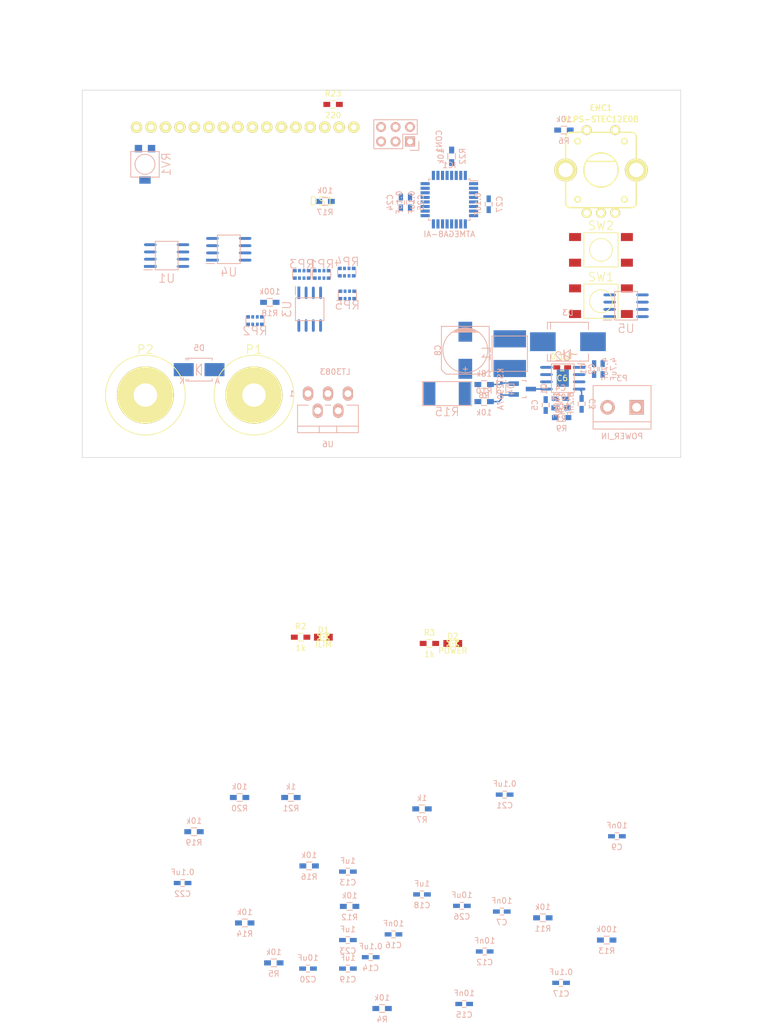
<source format=kicad_pcb>
(kicad_pcb (version 4) (host pcbnew "(2015-02-28 BZR 5464)-product")

  (general
    (links 192)
    (no_connects 186)
    (area 40.949999 30.949999 146.050001 95.450001)
    (thickness 1.6)
    (drawings 22)
    (tracks 13)
    (zones 0)
    (modules 76)
    (nets 78)
  )

  (page A4)
  (layers
    (0 F.Cu signal)
    (31 B.Cu signal)
    (32 B.Adhes user)
    (33 F.Adhes user)
    (34 B.Paste user)
    (35 F.Paste user)
    (36 B.SilkS user)
    (37 F.SilkS user)
    (38 B.Mask user)
    (39 F.Mask user)
    (40 Dwgs.User user)
    (41 Cmts.User user)
    (42 Eco1.User user)
    (43 Eco2.User user)
    (44 Edge.Cuts user)
    (45 Margin user)
    (46 B.CrtYd user)
    (47 F.CrtYd user)
    (48 B.Fab user)
    (49 F.Fab user)
  )

  (setup
    (last_trace_width 0.254)
    (trace_clearance 0.254)
    (zone_clearance 0.254)
    (zone_45_only no)
    (trace_min 0.254)
    (segment_width 0.2)
    (edge_width 0.1)
    (via_size 0.889)
    (via_drill 0.635)
    (via_min_size 0.889)
    (via_min_drill 0.508)
    (uvia_size 0.508)
    (uvia_drill 0.127)
    (uvias_allowed no)
    (uvia_min_size 0.508)
    (uvia_min_drill 0.127)
    (pcb_text_width 0.3)
    (pcb_text_size 1.5 1.5)
    (mod_edge_width 0.15)
    (mod_text_size 1 1)
    (mod_text_width 0.15)
    (pad_size 10 10)
    (pad_drill 4.1)
    (pad_to_mask_clearance 0)
    (aux_axis_origin 0 0)
    (visible_elements FFFFFF7F)
    (pcbplotparams
      (layerselection 0x00030_80000001)
      (usegerberextensions false)
      (excludeedgelayer true)
      (linewidth 0.100000)
      (plotframeref false)
      (viasonmask false)
      (mode 1)
      (useauxorigin false)
      (hpglpennumber 1)
      (hpglpenspeed 20)
      (hpglpendiameter 15)
      (hpglpenoverlay 2)
      (psnegative false)
      (psa4output false)
      (plotreference true)
      (plotvalue true)
      (plotinvisibletext false)
      (padsonsilk false)
      (subtractmaskfromsilk false)
      (outputformat 1)
      (mirror false)
      (drillshape 1)
      (scaleselection 1)
      (outputdirectory ""))
  )

  (net 0 "")
  (net 1 GND)
  (net 2 +24V)
  (net 3 "Net-(C3-Pad2)")
  (net 4 "Net-(C4-Pad2)")
  (net 5 "Net-(C5-Pad2)")
  (net 6 "Net-(C6-Pad1)")
  (net 7 /SW_L)
  (net 8 /SW_R)
  (net 9 /ENC_SW)
  (net 10 "Net-(C13-Pad1)")
  (net 11 "Net-(C14-Pad1)")
  (net 12 /ENC_A)
  (net 13 /ENC_B)
  (net 14 +5V)
  (net 15 "Net-(C21-Pad1)")
  (net 16 "Net-(C23-Pad1)")
  (net 17 "Net-(C25-Pad1)")
  (net 18 /MISO)
  (net 19 /SCK)
  (net 20 /MOSI)
  (net 21 /~RST~)
  (net 22 "Net-(D1-Pad1)")
  (net 23 "Net-(D1-Pad2)")
  (net 24 "Net-(D2-Pad1)")
  (net 25 "Net-(D4-Pad1)")
  (net 26 "Net-(D4-Pad2)")
  (net 27 "Net-(DS1-Pad3)")
  (net 28 /LCD_RS)
  (net 29 /LCD_E)
  (net 30 /LCD_D0)
  (net 31 /LCD_D1)
  (net 32 /LCD_D2)
  (net 33 /LCD_D3)
  (net 34 "Net-(DS1-Pad11)")
  (net 35 "Net-(DS1-Pad12)")
  (net 36 "Net-(DS1-Pad13)")
  (net 37 "Net-(DS1-Pad14)")
  (net 38 "Net-(DS1-Pad15)")
  (net 39 "Net-(IC1-Pad7)")
  (net 40 "Net-(IC1-Pad8)")
  (net 41 "Net-(IC1-Pad11)")
  (net 42 "Net-(IC1-Pad12)")
  (net 43 /V_PWM)
  (net 44 /I_PWM)
  (net 45 /V_ADC)
  (net 46 /I_ADC)
  (net 47 "Net-(IC1-Pad30)")
  (net 48 "Net-(IC1-Pad31)")
  (net 49 "Net-(Q1-Pad3)")
  (net 50 "Net-(R12-Pad1)")
  (net 51 "Net-(R17-Pad2)")
  (net 52 /I_Meas)
  (net 53 /V_control)
  (net 54 /V_Set)
  (net 55 "Net-(RP1-Pad1)")
  (net 56 "Net-(RP1-Pad5)")
  (net 57 "Net-(RP1-Pad8)")
  (net 58 "Net-(RP1-Pad2)")
  (net 59 "Net-(RP1-Pad7)")
  (net 60 "Net-(RP2-Pad1)")
  (net 61 "Net-(RP2-Pad3)")
  (net 62 "Net-(RP2-Pad8)")
  (net 63 "Net-(RP2-Pad6)")
  (net 64 "Net-(RP3-Pad1)")
  (net 65 "Net-(RP4-Pad4)")
  (net 66 "Net-(RP4-Pad5)")
  (net 67 "Net-(RP4-Pad7)")
  (net 68 "Net-(RP4-Pad2)")
  (net 69 "Net-(RP5-Pad7)")
  (net 70 "Net-(RP5-Pad2)")
  (net 71 /I_Set)
  (net 72 "Net-(U2-Pad3)")
  (net 73 "Net-(U6-Pad1)")
  (net 74 /SMPS_OUT)
  (net 75 /SMPS_SW)
  (net 76 /LIN_OUT)
  (net 77 /LIN_IN)

  (net_class Default "This is the default net class."
    (clearance 0.254)
    (trace_width 0.254)
    (via_dia 0.889)
    (via_drill 0.635)
    (uvia_dia 0.508)
    (uvia_drill 0.127)
    (add_net +24V)
    (add_net +5V)
    (add_net /ENC_A)
    (add_net /ENC_B)
    (add_net /ENC_SW)
    (add_net /I_ADC)
    (add_net /I_Meas)
    (add_net /I_PWM)
    (add_net /I_Set)
    (add_net /LCD_D0)
    (add_net /LCD_D1)
    (add_net /LCD_D2)
    (add_net /LCD_D3)
    (add_net /LCD_E)
    (add_net /LCD_RS)
    (add_net /LIN_IN)
    (add_net /LIN_OUT)
    (add_net /MISO)
    (add_net /MOSI)
    (add_net /SCK)
    (add_net /SMPS_OUT)
    (add_net /SMPS_SW)
    (add_net /SW_L)
    (add_net /SW_R)
    (add_net /V_ADC)
    (add_net /V_PWM)
    (add_net /V_Set)
    (add_net /V_control)
    (add_net /~RST~)
    (add_net GND)
    (add_net "Net-(C13-Pad1)")
    (add_net "Net-(C14-Pad1)")
    (add_net "Net-(C21-Pad1)")
    (add_net "Net-(C23-Pad1)")
    (add_net "Net-(C25-Pad1)")
    (add_net "Net-(C3-Pad2)")
    (add_net "Net-(C4-Pad2)")
    (add_net "Net-(C5-Pad2)")
    (add_net "Net-(C6-Pad1)")
    (add_net "Net-(D1-Pad1)")
    (add_net "Net-(D1-Pad2)")
    (add_net "Net-(D2-Pad1)")
    (add_net "Net-(D4-Pad1)")
    (add_net "Net-(D4-Pad2)")
    (add_net "Net-(DS1-Pad11)")
    (add_net "Net-(DS1-Pad12)")
    (add_net "Net-(DS1-Pad13)")
    (add_net "Net-(DS1-Pad14)")
    (add_net "Net-(DS1-Pad15)")
    (add_net "Net-(DS1-Pad3)")
    (add_net "Net-(IC1-Pad11)")
    (add_net "Net-(IC1-Pad12)")
    (add_net "Net-(IC1-Pad30)")
    (add_net "Net-(IC1-Pad31)")
    (add_net "Net-(IC1-Pad7)")
    (add_net "Net-(IC1-Pad8)")
    (add_net "Net-(Q1-Pad3)")
    (add_net "Net-(R12-Pad1)")
    (add_net "Net-(R17-Pad2)")
    (add_net "Net-(RP1-Pad1)")
    (add_net "Net-(RP1-Pad2)")
    (add_net "Net-(RP1-Pad5)")
    (add_net "Net-(RP1-Pad7)")
    (add_net "Net-(RP1-Pad8)")
    (add_net "Net-(RP2-Pad1)")
    (add_net "Net-(RP2-Pad3)")
    (add_net "Net-(RP2-Pad6)")
    (add_net "Net-(RP2-Pad8)")
    (add_net "Net-(RP3-Pad1)")
    (add_net "Net-(RP4-Pad2)")
    (add_net "Net-(RP4-Pad4)")
    (add_net "Net-(RP4-Pad5)")
    (add_net "Net-(RP4-Pad7)")
    (add_net "Net-(RP5-Pad2)")
    (add_net "Net-(RP5-Pad7)")
    (add_net "Net-(U2-Pad3)")
    (add_net "Net-(U6-Pad1)")
  )

  (module Pin_Headers:Pin_Header_Straight_2x03 (layer B.Cu) (tedit 54EA0A4B) (tstamp 54F76D79)
    (at 98.5 40 90)
    (descr "Through hole pin header")
    (tags "pin header")
    (path /54EAF727)
    (fp_text reference CON1 (at 0 5.1 90) (layer B.SilkS)
      (effects (font (size 1 1) (thickness 0.15)) (justify mirror))
    )
    (fp_text value AVR-ISP-6 (at 0 3.1 90) (layer B.SilkS) hide
      (effects (font (size 1 1) (thickness 0.15)) (justify mirror))
    )
    (fp_line (start -1.27 -1.27) (end -1.27 -6.35) (layer B.SilkS) (width 0.15))
    (fp_line (start -1.55 1.55) (end 0 1.55) (layer B.SilkS) (width 0.15))
    (fp_line (start -1.75 1.75) (end -1.75 -6.85) (layer B.CrtYd) (width 0.05))
    (fp_line (start 4.3 1.75) (end 4.3 -6.85) (layer B.CrtYd) (width 0.05))
    (fp_line (start -1.75 1.75) (end 4.3 1.75) (layer B.CrtYd) (width 0.05))
    (fp_line (start -1.75 -6.85) (end 4.3 -6.85) (layer B.CrtYd) (width 0.05))
    (fp_line (start 1.27 1.27) (end 1.27 -1.27) (layer B.SilkS) (width 0.15))
    (fp_line (start 1.27 -1.27) (end -1.27 -1.27) (layer B.SilkS) (width 0.15))
    (fp_line (start -1.27 -6.35) (end 3.81 -6.35) (layer B.SilkS) (width 0.15))
    (fp_line (start 3.81 -6.35) (end 3.81 -1.27) (layer B.SilkS) (width 0.15))
    (fp_line (start -1.55 1.55) (end -1.55 0) (layer B.SilkS) (width 0.15))
    (fp_line (start 3.81 1.27) (end 1.27 1.27) (layer B.SilkS) (width 0.15))
    (fp_line (start 3.81 -1.27) (end 3.81 1.27) (layer B.SilkS) (width 0.15))
    (pad 1 thru_hole rect (at 0 0 90) (size 1.7272 1.7272) (drill 1.016) (layers *.Cu *.Mask B.SilkS)
      (net 18 /MISO))
    (pad 2 thru_hole oval (at 2.54 0 90) (size 1.7272 1.7272) (drill 1.016) (layers *.Cu *.Mask B.SilkS)
      (net 14 +5V))
    (pad 3 thru_hole oval (at 0 -2.54 90) (size 1.7272 1.7272) (drill 1.016) (layers *.Cu *.Mask B.SilkS)
      (net 19 /SCK))
    (pad 4 thru_hole oval (at 2.54 -2.54 90) (size 1.7272 1.7272) (drill 1.016) (layers *.Cu *.Mask B.SilkS)
      (net 20 /MOSI))
    (pad 5 thru_hole oval (at 0 -5.08 90) (size 1.7272 1.7272) (drill 1.016) (layers *.Cu *.Mask B.SilkS)
      (net 21 /~RST~))
    (pad 6 thru_hole oval (at 2.54 -5.08 90) (size 1.7272 1.7272) (drill 1.016) (layers *.Cu *.Mask B.SilkS)
      (net 1 GND))
    (model Pin_Headers/Pin_Header_Straight_2x03.wrl
      (at (xyz 0.05 -0.1 0))
      (scale (xyz 1 1 1))
      (rotate (xyz 0 0 90))
    )
  )

  (module devthrash_KICAD:LCD16X2 locked (layer F.Cu) (tedit 54F619DA) (tstamp 54F71102)
    (at 83 53)
    (path /54E37BF4)
    (fp_text reference DS1 (at 0 -2.54) (layer F.SilkS)
      (effects (font (size 1.5 1.5) (thickness 0.15)))
    )
    (fp_text value LCD-016N002L (at 0 2.54) (layer F.Fab)
      (effects (font (size 1.5 1.5) (thickness 0.15)))
    )
    (fp_line (start -32.5 -15.5) (end -32.5 -12) (layer F.CrtYd) (width 0.15))
    (fp_line (start -37 -13) (end 37 -13) (layer F.CrtYd) (width 0.15))
    (fp_line (start 37 -13) (end 37 13) (layer F.CrtYd) (width 0.15))
    (fp_line (start 37 13) (end -37 13) (layer F.CrtYd) (width 0.15))
    (fp_line (start -37 13) (end -37 -13) (layer F.CrtYd) (width 0.15))
    (fp_circle (center 37.5 -15.5) (end 36.25 -15.5) (layer F.CrtYd) (width 0.15))
    (fp_circle (center 37.5 15.5) (end 37.5 14.25) (layer F.CrtYd) (width 0.15))
    (fp_circle (center -37.5 15.5) (end -36.25 15.5) (layer F.CrtYd) (width 0.15))
    (fp_circle (center -37.5 -15.5) (end -36.25 -15.5) (layer F.CrtYd) (width 0.15))
    (fp_line (start -40 -18) (end 40 -18) (layer F.CrtYd) (width 0.15))
    (fp_line (start 40 -18) (end 40 18) (layer F.CrtYd) (width 0.15))
    (fp_line (start 40 18) (end -40 18) (layer F.CrtYd) (width 0.15))
    (fp_line (start -40 18) (end -40 -18) (layer F.CrtYd) (width 0.15))
    (pad 1 thru_hole circle (at -32.48 -15.51) (size 2 2) (drill 1) (layers *.Cu *.Mask F.SilkS)
      (net 1 GND))
    (pad 2 thru_hole circle (at -29.94 -15.51) (size 2 2) (drill 1) (layers *.Cu *.Mask F.SilkS)
      (net 14 +5V))
    (pad 3 thru_hole circle (at -27.4 -15.51) (size 2 2) (drill 1) (layers *.Cu *.Mask F.SilkS)
      (net 27 "Net-(DS1-Pad3)"))
    (pad 4 thru_hole circle (at -24.86 -15.51) (size 2 2) (drill 1) (layers *.Cu *.Mask F.SilkS)
      (net 28 /LCD_RS))
    (pad 5 thru_hole circle (at -22.32 -15.51) (size 2 2) (drill 1) (layers *.Cu *.Mask F.SilkS)
      (net 1 GND))
    (pad 6 thru_hole circle (at -19.78 -15.51) (size 2 2) (drill 1) (layers *.Cu *.Mask F.SilkS)
      (net 29 /LCD_E))
    (pad 7 thru_hole circle (at -17.24 -15.51) (size 2 2) (drill 1) (layers *.Cu *.Mask F.SilkS)
      (net 30 /LCD_D0))
    (pad 8 thru_hole circle (at -14.7 -15.51) (size 2 2) (drill 1) (layers *.Cu *.Mask F.SilkS)
      (net 31 /LCD_D1))
    (pad 9 thru_hole circle (at -12.16 -15.51) (size 2 2) (drill 1) (layers *.Cu *.Mask F.SilkS)
      (net 32 /LCD_D2))
    (pad 10 thru_hole circle (at -9.62 -15.51) (size 2 2) (drill 1) (layers *.Cu *.Mask F.SilkS)
      (net 33 /LCD_D3))
    (pad 11 thru_hole circle (at -7.08 -15.51) (size 2 2) (drill 1) (layers *.Cu *.Mask F.SilkS)
      (net 34 "Net-(DS1-Pad11)"))
    (pad 12 thru_hole circle (at -4.54 -15.51) (size 2 2) (drill 1) (layers *.Cu *.Mask F.SilkS)
      (net 35 "Net-(DS1-Pad12)"))
    (pad 13 thru_hole circle (at -2 -15.51) (size 2 2) (drill 1) (layers *.Cu *.Mask F.SilkS)
      (net 36 "Net-(DS1-Pad13)"))
    (pad 14 thru_hole circle (at 0.54 -15.51) (size 2 2) (drill 1) (layers *.Cu *.Mask F.SilkS)
      (net 37 "Net-(DS1-Pad14)"))
    (pad 15 thru_hole circle (at 3.08 -15.51) (size 2 2) (drill 1) (layers *.Cu *.Mask F.SilkS)
      (net 38 "Net-(DS1-Pad15)"))
    (pad 16 thru_hole circle (at 5.62 -15.51) (size 2 2) (drill 1) (layers *.Cu *.Mask F.SilkS)
      (net 1 GND))
  )

  (module devthrash_KICAD:ALPS-STEC12E08 locked (layer F.Cu) (tedit 50FE76FE) (tstamp 54F7111B)
    (at 132 45)
    (tags "rotary, encoder, ALPS")
    (path /54E3842C)
    (fp_text reference ENC1 (at 0 -10.9) (layer F.SilkS)
      (effects (font (size 1 1) (thickness 0.2)))
    )
    (fp_text value ALPS-STEC12E08 (at 0 -8.9) (layer F.SilkS)
      (effects (font (size 1 1) (thickness 0.2)))
    )
    (fp_circle (center -4.1 5.15) (end -3.6 5.15) (layer F.SilkS) (width 0.25))
    (fp_circle (center 4.1 5.15) (end 4.6 5.15) (layer F.SilkS) (width 0.25))
    (fp_circle (center 4.1 -5.05) (end 4.6 -5.05) (layer F.SilkS) (width 0.25))
    (fp_circle (center -4.1 -5.05) (end -3.6 -5.05) (layer F.SilkS) (width 0.25))
    (fp_line (start -6.2 5.8) (end -6.2 -5.8) (layer F.SilkS) (width 0.25))
    (fp_line (start 6.2 -5.8) (end 6.2 5.8) (layer F.SilkS) (width 0.25))
    (fp_line (start -5.4 -6.6) (end 5.4 -6.6) (layer F.SilkS) (width 0.25))
    (fp_line (start -5.4 6.6) (end 5.4 6.6) (layer F.SilkS) (width 0.25))
    (fp_arc (start -5.4 -5.8) (end -6.2 -5.8) (angle 90) (layer F.SilkS) (width 0.25))
    (fp_arc (start -5.4 5.8) (end -5.4 6.6) (angle 90) (layer F.SilkS) (width 0.25))
    (fp_arc (start 5.4 5.8) (end 6.2 5.8) (angle 90) (layer F.SilkS) (width 0.25))
    (fp_arc (start 5.4 -5.8) (end 5.4 -6.6) (angle 90) (layer F.SilkS) (width 0.25))
    (fp_line (start -2.6 -1.5) (end 2.6 -1.5) (layer F.SilkS) (width 0.25))
    (fp_circle (center 0 0) (end 3 0) (layer F.SilkS) (width 0.25))
    (pad A thru_hole circle (at -2.5 7.5) (size 1.75 1.75) (drill 1.1) (layers *.Cu *.Mask F.SilkS)
      (net 12 /ENC_A))
    (pad B thru_hole circle (at 2.5 7.5) (size 1.75 1.75) (drill 1.1) (layers *.Cu *.Mask F.SilkS)
      (net 13 /ENC_B))
    (pad C thru_hole circle (at 0 7.5) (size 1.75 1.75) (drill 1.1) (layers *.Cu *.Mask F.SilkS)
      (net 1 GND))
    (pad SW2 thru_hole circle (at 2.5 -7) (size 1.75 1.75) (drill 1.1) (layers *.Cu *.Mask F.SilkS)
      (net 1 GND))
    (pad SW1 thru_hole circle (at -2.5 -7) (size 1.75 1.75) (drill 1.1) (layers *.Cu *.Mask F.SilkS)
      (net 9 /ENC_SW))
    (pad body thru_hole oval (at 6.2 0) (size 4 4) (drill 2.5) (layers *.Cu *.Mask F.SilkS))
    (pad body thru_hole oval (at -6.2 0) (size 4 4) (drill 2.5) (layers *.Cu *.Mask F.SilkS))
  )

  (module Housings_QFP:TQFP-32_7x7mm_Pitch0.8mm (layer B.Cu) (tedit 54130A77) (tstamp 54F7113F)
    (at 105.4 50.2 180)
    (descr "32-Lead Plastic Thin Quad Flatpack (PT) - 7x7x1.0 mm Body, 2.00 mm [TQFP] (see Microchip Packaging Specification 00000049BS.pdf)")
    (tags "QFP 0.8")
    (path /54E37A77)
    (clearance 0.1)
    (attr smd)
    (fp_text reference IC1 (at 0 6.05 180) (layer B.SilkS)
      (effects (font (size 1 1) (thickness 0.15)) (justify mirror))
    )
    (fp_text value ATMEGA8-AI (at 0 -6.05 180) (layer B.SilkS)
      (effects (font (size 1 1) (thickness 0.15)) (justify mirror))
    )
    (fp_line (start -5.3 5.3) (end -5.3 -5.3) (layer B.CrtYd) (width 0.05))
    (fp_line (start 5.3 5.3) (end 5.3 -5.3) (layer B.CrtYd) (width 0.05))
    (fp_line (start -5.3 5.3) (end 5.3 5.3) (layer B.CrtYd) (width 0.05))
    (fp_line (start -5.3 -5.3) (end 5.3 -5.3) (layer B.CrtYd) (width 0.05))
    (fp_line (start -3.625 3.625) (end -3.625 3.3) (layer B.SilkS) (width 0.15))
    (fp_line (start 3.625 3.625) (end 3.625 3.3) (layer B.SilkS) (width 0.15))
    (fp_line (start 3.625 -3.625) (end 3.625 -3.3) (layer B.SilkS) (width 0.15))
    (fp_line (start -3.625 -3.625) (end -3.625 -3.3) (layer B.SilkS) (width 0.15))
    (fp_line (start -3.625 3.625) (end -3.3 3.625) (layer B.SilkS) (width 0.15))
    (fp_line (start -3.625 -3.625) (end -3.3 -3.625) (layer B.SilkS) (width 0.15))
    (fp_line (start 3.625 -3.625) (end 3.3 -3.625) (layer B.SilkS) (width 0.15))
    (fp_line (start 3.625 3.625) (end 3.3 3.625) (layer B.SilkS) (width 0.15))
    (fp_line (start -3.625 3.3) (end -5.05 3.3) (layer B.SilkS) (width 0.15))
    (pad 1 smd rect (at -4.25 2.8 180) (size 1.6 0.55) (layers B.Cu B.Paste B.Mask)
      (net 12 /ENC_A))
    (pad 2 smd rect (at -4.25 2 180) (size 1.6 0.55) (layers B.Cu B.Paste B.Mask)
      (net 13 /ENC_B))
    (pad 3 smd rect (at -4.25 1.2 180) (size 1.6 0.55) (layers B.Cu B.Paste B.Mask)
      (net 1 GND))
    (pad 4 smd rect (at -4.25 0.4 180) (size 1.6 0.55) (layers B.Cu B.Paste B.Mask)
      (net 14 +5V))
    (pad 5 smd rect (at -4.25 -0.4 180) (size 1.6 0.55) (layers B.Cu B.Paste B.Mask)
      (net 1 GND))
    (pad 6 smd rect (at -4.25 -1.2 180) (size 1.6 0.55) (layers B.Cu B.Paste B.Mask)
      (net 14 +5V))
    (pad 7 smd rect (at -4.25 -2 180) (size 1.6 0.55) (layers B.Cu B.Paste B.Mask)
      (net 39 "Net-(IC1-Pad7)"))
    (pad 8 smd rect (at -4.25 -2.8 180) (size 1.6 0.55) (layers B.Cu B.Paste B.Mask)
      (net 40 "Net-(IC1-Pad8)"))
    (pad 9 smd rect (at -2.8 -4.25 90) (size 1.6 0.55) (layers B.Cu B.Paste B.Mask)
      (net 7 /SW_L))
    (pad 10 smd rect (at -2 -4.25 90) (size 1.6 0.55) (layers B.Cu B.Paste B.Mask)
      (net 8 /SW_R))
    (pad 11 smd rect (at -1.2 -4.25 90) (size 1.6 0.55) (layers B.Cu B.Paste B.Mask)
      (net 41 "Net-(IC1-Pad11)"))
    (pad 12 smd rect (at -0.4 -4.25 90) (size 1.6 0.55) (layers B.Cu B.Paste B.Mask)
      (net 42 "Net-(IC1-Pad12)"))
    (pad 13 smd rect (at 0.4 -4.25 90) (size 1.6 0.55) (layers B.Cu B.Paste B.Mask)
      (net 43 /V_PWM))
    (pad 14 smd rect (at 1.2 -4.25 90) (size 1.6 0.55) (layers B.Cu B.Paste B.Mask)
      (net 44 /I_PWM))
    (pad 15 smd rect (at 2 -4.25 90) (size 1.6 0.55) (layers B.Cu B.Paste B.Mask)
      (net 20 /MOSI))
    (pad 16 smd rect (at 2.8 -4.25 90) (size 1.6 0.55) (layers B.Cu B.Paste B.Mask)
      (net 18 /MISO))
    (pad 17 smd rect (at 4.25 -2.8 180) (size 1.6 0.55) (layers B.Cu B.Paste B.Mask)
      (net 19 /SCK))
    (pad 18 smd rect (at 4.25 -2 180) (size 1.6 0.55) (layers B.Cu B.Paste B.Mask)
      (net 14 +5V))
    (pad 19 smd rect (at 4.25 -1.2 180) (size 1.6 0.55) (layers B.Cu B.Paste B.Mask)
      (net 45 /V_ADC))
    (pad 20 smd rect (at 4.25 -0.4 180) (size 1.6 0.55) (layers B.Cu B.Paste B.Mask)
      (net 17 "Net-(C25-Pad1)"))
    (pad 21 smd rect (at 4.25 0.4 180) (size 1.6 0.55) (layers B.Cu B.Paste B.Mask)
      (net 1 GND))
    (pad 22 smd rect (at 4.25 1.2 180) (size 1.6 0.55) (layers B.Cu B.Paste B.Mask)
      (net 46 /I_ADC))
    (pad 23 smd rect (at 4.25 2 180) (size 1.6 0.55) (layers B.Cu B.Paste B.Mask)
      (net 28 /LCD_RS))
    (pad 24 smd rect (at 4.25 2.8 180) (size 1.6 0.55) (layers B.Cu B.Paste B.Mask)
      (net 29 /LCD_E))
    (pad 25 smd rect (at 2.8 4.25 90) (size 1.6 0.55) (layers B.Cu B.Paste B.Mask)
      (net 30 /LCD_D0))
    (pad 26 smd rect (at 2 4.25 90) (size 1.6 0.55) (layers B.Cu B.Paste B.Mask)
      (net 31 /LCD_D1))
    (pad 27 smd rect (at 1.2 4.25 90) (size 1.6 0.55) (layers B.Cu B.Paste B.Mask)
      (net 32 /LCD_D2))
    (pad 28 smd rect (at 0.4 4.25 90) (size 1.6 0.55) (layers B.Cu B.Paste B.Mask)
      (net 33 /LCD_D3))
    (pad 29 smd rect (at -0.4 4.25 90) (size 1.6 0.55) (layers B.Cu B.Paste B.Mask)
      (net 21 /~RST~))
    (pad 30 smd rect (at -1.2 4.25 90) (size 1.6 0.55) (layers B.Cu B.Paste B.Mask)
      (net 47 "Net-(IC1-Pad30)"))
    (pad 31 smd rect (at -2 4.25 90) (size 1.6 0.55) (layers B.Cu B.Paste B.Mask)
      (net 48 "Net-(IC1-Pad31)"))
    (pad 32 smd rect (at -2.8 4.25 90) (size 1.6 0.55) (layers B.Cu B.Paste B.Mask)
      (net 9 /ENC_SW))
    (model Housings_QFP/TQFP-32_7x7mm_Pitch0.8mm.wrl
      (at (xyz 0 0 0))
      (scale (xyz 1 1 1))
      (rotate (xyz 0 0 0))
    )
  )

  (module devthrash_KICAD:242418FPS-Fastron (layer B.Cu) (tedit 54F61215) (tstamp 54F76D61)
    (at 116 77.2 270)
    (path /54ED7923)
    (fp_text reference L1 (at 0 4.1 270) (layer B.SilkS)
      (effects (font (size 1.5 1.5) (thickness 0.15)) (justify mirror))
    )
    (fp_text value 4,7uH (at 0 -4.3 270) (layer B.Fab) hide
      (effects (font (size 1.5 1.5) (thickness 0.15)) (justify mirror))
    )
    (fp_line (start -3.1 3.1) (end 3.1 3.1) (layer B.SilkS) (width 0.15))
    (fp_line (start 3.1 3.1) (end 3.1 -3.1) (layer B.SilkS) (width 0.15))
    (fp_line (start 3.1 -3.1) (end -3.1 -3.1) (layer B.SilkS) (width 0.15))
    (fp_line (start -3.1 -3.1) (end -3.1 3.1) (layer B.SilkS) (width 0.15))
    (pad 1 smd rect (at -2.6 0 270) (size 3 5.7) (layers B.Cu B.Paste B.Mask)
      (net 75 /SMPS_SW))
    (pad 2 smd rect (at 2.6 0 270) (size 3 5.7) (layers B.Cu B.Paste B.Mask)
      (net 74 /SMPS_OUT))
  )

  (module devthrash_KICAD:SKS-PK10A locked (layer F.Cu) (tedit 54F7673F) (tstamp 54F7114F)
    (at 71.12 84.455)
    (path /54F668BE)
    (fp_text reference P1 (at 0 -8) (layer F.SilkS)
      (effects (font (size 1.5 1.5) (thickness 0.15)))
    )
    (fp_text value OUT_POS (at 0 8) (layer F.Fab) hide
      (effects (font (size 1.5 1.5) (thickness 0.15)))
    )
    (fp_circle (center 0 0) (end 7 0) (layer F.SilkS) (width 0.15))
    (pad 1 thru_hole circle (at 0 0) (size 10 10) (drill 4.1) (layers *.Cu *.Mask F.SilkS)
      (net 76 /LIN_OUT) (zone_connect 2))
  )

  (module devthrash_KICAD:SKS-PK10A locked (layer F.Cu) (tedit 54F76723) (tstamp 54F71155)
    (at 52.07 84.455)
    (path /54F6697F)
    (fp_text reference P2 (at 0 -8) (layer F.SilkS)
      (effects (font (size 1.5 1.5) (thickness 0.15)))
    )
    (fp_text value OUT_GND (at 0 8) (layer F.Fab) hide
      (effects (font (size 1.5 1.5) (thickness 0.15)))
    )
    (fp_circle (center 0 0) (end 7 0) (layer F.SilkS) (width 0.15))
    (pad 1 thru_hole circle (at 0 0) (size 10 10) (drill 4.1) (layers *.Cu *.Mask F.SilkS)
      (net 1 GND) (zone_connect 2))
  )

  (module devthrash_KICAD:BITech-23B (layer B.Cu) (tedit 54F61C70) (tstamp 54F76D56)
    (at 52 44 90)
    (path /54E38280)
    (fp_text reference RV1 (at 0 3.75 90) (layer B.SilkS)
      (effects (font (size 1.5 1.5) (thickness 0.15)) (justify mirror))
    )
    (fp_text value 10k (at 0 -3.75 90) (layer B.Fab)
      (effects (font (size 1.5 1.5) (thickness 0.15)) (justify mirror))
    )
    (fp_circle (center 0 0) (end 1.75 0) (layer B.SilkS) (width 0.15))
    (fp_line (start 2.25 2.5) (end -2.25 2.5) (layer B.SilkS) (width 0.15))
    (fp_line (start -2.25 2.5) (end -2.25 -2.5) (layer B.SilkS) (width 0.15))
    (fp_line (start -2.25 -2.5) (end 2.25 -2.5) (layer B.SilkS) (width 0.15))
    (fp_line (start 2.25 -2.5) (end 2.25 2.5) (layer B.SilkS) (width 0.15))
    (pad 2 smd rect (at -2.75 0 90) (size 1.3 2) (layers B.Cu B.Paste B.Mask)
      (net 27 "Net-(DS1-Pad3)"))
    (pad 1 smd rect (at 2.75 1.15 90) (size 1.3 1.3) (layers B.Cu B.Paste B.Mask)
      (net 14 +5V))
    (pad 3 smd rect (at 2.75 -1.15 90) (size 1.3 1.3) (layers B.Cu B.Paste B.Mask)
      (net 1 GND))
  )

  (module devthrash_KICAD:Button-SMT-standard locked (layer F.Cu) (tedit 54F62052) (tstamp 54F7123E)
    (at 132 68)
    (path /54EE6373)
    (fp_text reference SW1 (at 0 -4.25) (layer F.SilkS)
      (effects (font (size 1.5 1.5) (thickness 0.15)))
    )
    (fp_text value SW_L (at 0 4.5) (layer F.Fab) hide
      (effects (font (size 1.5 1.5) (thickness 0.15)))
    )
    (fp_circle (center 0 0) (end 2 0) (layer F.SilkS) (width 0.15))
    (fp_line (start 3 3) (end -3 3) (layer F.SilkS) (width 0.15))
    (fp_line (start -3 3) (end -3 -3) (layer F.SilkS) (width 0.15))
    (fp_line (start -3 -3) (end 3 -3) (layer F.SilkS) (width 0.15))
    (fp_line (start 3 -3) (end 3 3) (layer F.SilkS) (width 0.15))
    (pad 1 smd rect (at 4.55 2.25) (size 2.1 1.4) (layers F.Cu F.Paste F.Mask)
      (net 1 GND))
    (pad 1 smd rect (at -4.55 2.25) (size 2.1 1.4) (layers F.Cu F.Paste F.Mask)
      (net 1 GND))
    (pad 2 smd rect (at -4.55 -2.25) (size 2.1 1.4) (layers F.Cu F.Paste F.Mask)
      (net 7 /SW_L))
    (pad 2 smd rect (at 4.55 -2.25) (size 2.1 1.4) (layers F.Cu F.Paste F.Mask)
      (net 7 /SW_L))
  )

  (module devthrash_KICAD:Button-SMT-standard locked (layer F.Cu) (tedit 54F62052) (tstamp 54F7124B)
    (at 132 59)
    (path /54EE7626)
    (fp_text reference SW2 (at 0 -4.25) (layer F.SilkS)
      (effects (font (size 1.5 1.5) (thickness 0.15)))
    )
    (fp_text value SW_R (at 0 4.5) (layer F.Fab) hide
      (effects (font (size 1.5 1.5) (thickness 0.15)))
    )
    (fp_circle (center 0 0) (end 2 0) (layer F.SilkS) (width 0.15))
    (fp_line (start 3 3) (end -3 3) (layer F.SilkS) (width 0.15))
    (fp_line (start -3 3) (end -3 -3) (layer F.SilkS) (width 0.15))
    (fp_line (start -3 -3) (end 3 -3) (layer F.SilkS) (width 0.15))
    (fp_line (start 3 -3) (end 3 3) (layer F.SilkS) (width 0.15))
    (pad 1 smd rect (at 4.55 2.25) (size 2.1 1.4) (layers F.Cu F.Paste F.Mask)
      (net 1 GND))
    (pad 1 smd rect (at -4.55 2.25) (size 2.1 1.4) (layers F.Cu F.Paste F.Mask)
      (net 1 GND))
    (pad 2 smd rect (at -4.55 -2.25) (size 2.1 1.4) (layers F.Cu F.Paste F.Mask)
      (net 8 /SW_R))
    (pad 2 smd rect (at 4.55 -2.25) (size 2.1 1.4) (layers F.Cu F.Paste F.Mask)
      (net 8 /SW_R))
  )

  (module devthrash_KICAD:SO8 (layer B.Cu) (tedit 54F5E2B3) (tstamp 54F76D49)
    (at 55.8 60)
    (path /54E8C87E)
    (solder_mask_margin 0.07)
    (fp_text reference U1 (at 0 4) (layer B.SilkS)
      (effects (font (size 1.5 1.5) (thickness 0.15)) (justify mirror))
    )
    (fp_text value LM393 (at 0 -4) (layer B.Fab) hide
      (effects (font (size 1.5 1.5) (thickness 0.15)) (justify mirror))
    )
    (fp_line (start -2.5 2.5) (end -4 2.5) (layer B.SilkS) (width 0.15))
    (fp_line (start -2 2.5) (end 2 2.5) (layer B.SilkS) (width 0.15))
    (fp_line (start 2 2.5) (end 2 -2.5) (layer B.SilkS) (width 0.15))
    (fp_line (start 2 -2.5) (end -2 -2.5) (layer B.SilkS) (width 0.15))
    (fp_line (start -2 -2.5) (end -2 2.5) (layer B.SilkS) (width 0.15))
    (pad 1 connect rect (at -2.875 1.905) (size 2.2 0.5) (layers B.Cu B.Mask)
      (net 23 "Net-(D1-Pad2)"))
    (pad 2 connect oval (at -2.875 0.635) (size 2.2 0.5) (layers B.Cu B.Mask)
      (net 52 /I_Meas))
    (pad 3 connect oval (at -2.875 -0.635) (size 2.2 0.5) (layers B.Cu B.Mask)
      (net 71 /I_Set))
    (pad 4 connect oval (at -2.875 -1.905) (size 2.2 0.5) (layers B.Cu B.Mask)
      (net 1 GND))
    (pad 5 connect oval (at 2.875 -1.905) (size 2.2 0.5) (layers B.Cu B.Mask)
      (net 71 /I_Set))
    (pad 6 connect oval (at 2.875 -0.635) (size 2.2 0.5) (layers B.Cu B.Mask)
      (net 52 /I_Meas))
    (pad 7 connect oval (at 2.875 0.635) (size 2.2 0.5) (layers B.Cu B.Mask)
      (net 53 /V_control))
    (pad 8 connect oval (at 2.875 1.905) (size 2.2 0.5) (layers B.Cu B.Mask)
      (net 2 +24V))
    (model Housings_SOIC/SOIC-8-1EP_3.9x4.9mm_Pitch1.27mm.wrl
      (at (xyz 0 0 0))
      (scale (xyz 1 1 1))
      (rotate (xyz 0 0 0))
    )
  )

  (module devthrash_KICAD:SO8-PowerPAD (layer B.Cu) (tedit 54F5DBA2) (tstamp 54F76D37)
    (at 125.3 81.5 180)
    (path /54ED73B0)
    (solder_mask_margin 0.07)
    (fp_text reference U2 (at 0 3.81 180) (layer B.SilkS)
      (effects (font (size 1.5 1.5) (thickness 0.15)) (justify mirror))
    )
    (fp_text value TPS54331DDA (at 0 -3.81 180) (layer B.Fab) hide
      (effects (font (size 1.5 1.5) (thickness 0.15)) (justify mirror))
    )
    (fp_line (start -3.81 2.54) (end -2.54 2.54) (layer B.SilkS) (width 0.15))
    (fp_line (start -2 2.5) (end 2 2.5) (layer B.SilkS) (width 0.15))
    (fp_line (start 2 2.5) (end 2 -2.5) (layer B.SilkS) (width 0.15))
    (fp_line (start 2 -2.5) (end -1.5 -2.5) (layer B.SilkS) (width 0.15))
    (fp_line (start -1.5 -2.5) (end -2 -2.5) (layer B.SilkS) (width 0.15))
    (fp_line (start -2 -2.5) (end -2 2.5) (layer B.SilkS) (width 0.15))
    (pad 1 smd rect (at -2.875 1.905 180) (size 2.2 0.5) (layers B.Cu B.Paste B.Mask)
      (net 6 "Net-(C6-Pad1)"))
    (pad 2 smd oval (at -2.875 0.635 180) (size 2.2 0.5) (layers B.Cu B.Paste B.Mask)
      (net 2 +24V))
    (pad 3 smd oval (at -2.875 -0.635 180) (size 2.2 0.5) (layers B.Cu B.Paste B.Mask)
      (net 72 "Net-(U2-Pad3)"))
    (pad 4 smd oval (at -2.875 -1.905 180) (size 2.2 0.5) (layers B.Cu B.Paste B.Mask)
      (net 3 "Net-(C3-Pad2)"))
    (pad 5 smd oval (at 2.875 -1.905 180) (size 2.2 0.5) (layers B.Cu B.Paste B.Mask)
      (net 49 "Net-(Q1-Pad3)"))
    (pad 6 smd oval (at 2.875 -0.635 180) (size 2.2 0.5) (layers B.Cu B.Paste B.Mask)
      (net 4 "Net-(C4-Pad2)"))
    (pad 7 smd oval (at 2.875 0.635 180) (size 2.2 0.5) (layers B.Cu B.Paste B.Mask)
      (net 1 GND))
    (pad 8 smd oval (at 2.875 1.905 180) (size 2.2 0.5) (layers B.Cu B.Paste B.Mask)
      (net 75 /SMPS_SW))
    (pad 9 smd rect (at 0 0 180) (size 2.13 3) (layers B.Cu B.Paste B.Mask)
      (net 1 GND))
    (model Housings_SOIC/SOIC-8_3.9x4.9mm_Pitch1.27mm.wrl
      (at (xyz 0 0 0))
      (scale (xyz 1 1 1))
      (rotate (xyz 0 0 0))
    )
  )

  (module devthrash_KICAD:SO8 (layer B.Cu) (tedit 54F5E2B3) (tstamp 54F76D23)
    (at 80.9 69.4 270)
    (path /54EABA27)
    (solder_mask_margin 0.07)
    (fp_text reference U3 (at 0 4 270) (layer B.SilkS)
      (effects (font (size 1.5 1.5) (thickness 0.15)) (justify mirror))
    )
    (fp_text value LT1490 (at 0 -4 270) (layer B.Fab) hide
      (effects (font (size 1.5 1.5) (thickness 0.15)) (justify mirror))
    )
    (fp_line (start -2.5 2.5) (end -4 2.5) (layer B.SilkS) (width 0.15))
    (fp_line (start -2 2.5) (end 2 2.5) (layer B.SilkS) (width 0.15))
    (fp_line (start 2 2.5) (end 2 -2.5) (layer B.SilkS) (width 0.15))
    (fp_line (start 2 -2.5) (end -2 -2.5) (layer B.SilkS) (width 0.15))
    (fp_line (start -2 -2.5) (end -2 2.5) (layer B.SilkS) (width 0.15))
    (pad 1 connect rect (at -2.875 1.905 270) (size 2.2 0.5) (layers B.Cu B.Mask)
      (net 52 /I_Meas))
    (pad 2 connect oval (at -2.875 0.635 270) (size 2.2 0.5) (layers B.Cu B.Mask)
      (net 51 "Net-(R17-Pad2)"))
    (pad 3 connect oval (at -2.875 -0.635 270) (size 2.2 0.5) (layers B.Cu B.Mask)
      (net 50 "Net-(R12-Pad1)"))
    (pad 4 connect oval (at -2.875 -1.905 270) (size 2.2 0.5) (layers B.Cu B.Mask)
      (net 1 GND))
    (pad 5 connect oval (at 2.875 -1.905 270) (size 2.2 0.5) (layers B.Cu B.Mask)
      (net 53 /V_control))
    (pad 6 connect oval (at 2.875 -0.635 270) (size 2.2 0.5) (layers B.Cu B.Mask)
      (net 61 "Net-(RP2-Pad3)"))
    (pad 7 connect oval (at 2.875 0.635 270) (size 2.2 0.5) (layers B.Cu B.Mask)
      (net 62 "Net-(RP2-Pad8)"))
    (pad 8 connect oval (at 2.875 1.905 270) (size 2.2 0.5) (layers B.Cu B.Mask)
      (net 2 +24V))
    (model Housings_SOIC/SOIC-8-1EP_3.9x4.9mm_Pitch1.27mm.wrl
      (at (xyz 0 0 0))
      (scale (xyz 1 1 1))
      (rotate (xyz 0 0 0))
    )
  )

  (module devthrash_KICAD:SO8 (layer B.Cu) (tedit 54F5E2B3) (tstamp 54F76D11)
    (at 66.7 58.9)
    (path /54EAC951)
    (solder_mask_margin 0.07)
    (fp_text reference U4 (at 0 4) (layer B.SilkS)
      (effects (font (size 1.5 1.5) (thickness 0.15)) (justify mirror))
    )
    (fp_text value LM358 (at 0 -4) (layer B.Fab) hide
      (effects (font (size 1.5 1.5) (thickness 0.15)) (justify mirror))
    )
    (fp_line (start -2.5 2.5) (end -4 2.5) (layer B.SilkS) (width 0.15))
    (fp_line (start -2 2.5) (end 2 2.5) (layer B.SilkS) (width 0.15))
    (fp_line (start 2 2.5) (end 2 -2.5) (layer B.SilkS) (width 0.15))
    (fp_line (start 2 -2.5) (end -2 -2.5) (layer B.SilkS) (width 0.15))
    (fp_line (start -2 -2.5) (end -2 2.5) (layer B.SilkS) (width 0.15))
    (pad 1 connect rect (at -2.875 1.905) (size 2.2 0.5) (layers B.Cu B.Mask)
      (net 71 /I_Set))
    (pad 2 connect oval (at -2.875 0.635) (size 2.2 0.5) (layers B.Cu B.Mask)
      (net 71 /I_Set))
    (pad 3 connect oval (at -2.875 -0.635) (size 2.2 0.5) (layers B.Cu B.Mask)
      (net 11 "Net-(C14-Pad1)"))
    (pad 4 connect oval (at -2.875 -1.905) (size 2.2 0.5) (layers B.Cu B.Mask)
      (net 1 GND))
    (pad 5 connect oval (at 2.875 -1.905) (size 2.2 0.5) (layers B.Cu B.Mask)
      (net 15 "Net-(C21-Pad1)"))
    (pad 6 connect oval (at 2.875 -0.635) (size 2.2 0.5) (layers B.Cu B.Mask)
      (net 54 /V_Set))
    (pad 7 connect oval (at 2.875 0.635) (size 2.2 0.5) (layers B.Cu B.Mask)
      (net 54 /V_Set))
    (pad 8 connect oval (at 2.875 1.905) (size 2.2 0.5) (layers B.Cu B.Mask)
      (net 2 +24V))
    (model Housings_SOIC/SOIC-8-1EP_3.9x4.9mm_Pitch1.27mm.wrl
      (at (xyz 0 0 0))
      (scale (xyz 1 1 1))
      (rotate (xyz 0 0 0))
    )
  )

  (module devthrash_KICAD:SO8 (layer B.Cu) (tedit 54F5E2B3) (tstamp 54F76CFF)
    (at 136.4 68.8)
    (path /54F3D9BD)
    (solder_mask_margin 0.07)
    (fp_text reference U5 (at 0 4) (layer B.SilkS)
      (effects (font (size 1.5 1.5) (thickness 0.15)) (justify mirror))
    )
    (fp_text value TS78L05CS (at 0 -4) (layer B.Fab) hide
      (effects (font (size 1.5 1.5) (thickness 0.15)) (justify mirror))
    )
    (fp_line (start -2.5 2.5) (end -4 2.5) (layer B.SilkS) (width 0.15))
    (fp_line (start -2 2.5) (end 2 2.5) (layer B.SilkS) (width 0.15))
    (fp_line (start 2 2.5) (end 2 -2.5) (layer B.SilkS) (width 0.15))
    (fp_line (start 2 -2.5) (end -2 -2.5) (layer B.SilkS) (width 0.15))
    (fp_line (start -2 -2.5) (end -2 2.5) (layer B.SilkS) (width 0.15))
    (pad 1 connect rect (at -2.875 1.905) (size 2.2 0.5) (layers B.Cu B.Mask)
      (net 14 +5V))
    (pad 2 connect oval (at -2.875 0.635) (size 2.2 0.5) (layers B.Cu B.Mask)
      (net 1 GND))
    (pad 3 connect oval (at -2.875 -0.635) (size 2.2 0.5) (layers B.Cu B.Mask)
      (net 1 GND))
    (pad 4 connect oval (at -2.875 -1.905) (size 2.2 0.5) (layers B.Cu B.Mask))
    (pad 5 connect oval (at 2.875 -1.905) (size 2.2 0.5) (layers B.Cu B.Mask))
    (pad 6 connect oval (at 2.875 -0.635) (size 2.2 0.5) (layers B.Cu B.Mask)
      (net 1 GND))
    (pad 7 connect oval (at 2.875 0.635) (size 2.2 0.5) (layers B.Cu B.Mask)
      (net 1 GND))
    (pad 8 connect oval (at 2.875 1.905) (size 2.2 0.5) (layers B.Cu B.Mask)
      (net 2 +24V))
    (model Housings_SOIC/SOIC-8-1EP_3.9x4.9mm_Pitch1.27mm.wrl
      (at (xyz 0 0 0))
      (scale (xyz 1 1 1))
      (rotate (xyz 0 0 0))
    )
  )

  (module Pentawatts:Pentawatt_Neutral_Staggered_Verical_TO220-5-T05D (layer B.Cu) (tedit 54F70E2C) (tstamp 54F712AB)
    (at 84.1 88)
    (descr "Pentawatt, Neutral, Staggered, Verical, TO220-5, T05D,")
    (tags "Pentawatt, Neutral, Staggered, Verical, TO220-5, T05D,")
    (path /54ECD673)
    (fp_text reference U6 (at 0 5.08) (layer B.SilkS)
      (effects (font (size 1 1) (thickness 0.15)) (justify mirror))
    )
    (fp_text value LT3083 (at 1.27 -7.62) (layer B.SilkS)
      (effects (font (size 1 1) (thickness 0.15)) (justify mirror))
    )
    (fp_text user 1 (at -6.35 -3.81) (layer B.SilkS)
      (effects (font (size 1 1) (thickness 0.15)) (justify mirror))
    )
    (fp_line (start 3.302 -1.778) (end 5.334 -1.778) (layer B.SilkS) (width 0.15))
    (fp_line (start -0.508 -1.778) (end 0.508 -1.778) (layer B.SilkS) (width 0.15))
    (fp_line (start -5.334 -1.778) (end -3.429 -1.778) (layer B.SilkS) (width 0.15))
    (fp_line (start -1.524 3.048) (end -1.524 1.905) (layer B.SilkS) (width 0.15))
    (fp_line (start 1.524 3.048) (end 1.524 1.905) (layer B.SilkS) (width 0.15))
    (fp_line (start 5.334 1.905) (end 5.334 -1.778) (layer B.SilkS) (width 0.15))
    (fp_line (start -5.334 -1.778) (end -5.334 1.905) (layer B.SilkS) (width 0.15))
    (fp_line (start 5.334 3.048) (end 5.334 1.905) (layer B.SilkS) (width 0.15))
    (fp_line (start 5.334 1.905) (end -5.334 1.905) (layer B.SilkS) (width 0.15))
    (fp_line (start -5.334 1.905) (end -5.334 3.048) (layer B.SilkS) (width 0.15))
    (fp_line (start 0 3.048) (end -5.334 3.048) (layer B.SilkS) (width 0.15))
    (fp_line (start 0 3.048) (end 5.334 3.048) (layer B.SilkS) (width 0.15))
    (pad 3 thru_hole oval (at 0 -3.79984 270) (size 2.49936 1.80086) (drill 1.19888) (layers *.Cu *.Mask B.SilkS)
      (net 76 /LIN_OUT))
    (pad 1 thru_hole oval (at -3.50012 -3.79984 270) (size 2.49936 1.80086) (drill 1.19888) (layers *.Cu *.Mask B.SilkS)
      (net 73 "Net-(U6-Pad1)"))
    (pad 5 thru_hole oval (at 3.50012 -3.79984 270) (size 2.49936 1.80086) (drill 1.19888) (layers *.Cu *.Mask B.SilkS)
      (net 77 /LIN_IN))
    (pad 4 thru_hole oval (at 1.80086 -0.8001 270) (size 2.49936 1.80086) (drill 1.19888) (layers *.Cu *.Mask B.SilkS)
      (net 77 /LIN_IN))
    (pad 2 thru_hole oval (at -1.80086 -0.8001 270) (size 2.49936 1.80086) (drill 1.19888) (layers *.Cu *.Mask B.SilkS)
      (net 62 "Net-(RP2-Pad8)"))
    (model Pentawatts/Pentawatt_Neutral_Staggered_Verical_TO220-5-T05D.wrl
      (at (xyz 0 0 0))
      (scale (xyz 0.3937 0.3937 0.3937))
      (rotate (xyz 0 0 0))
    )
  )

  (module Capacitors_SMD:c_elec_8x10.5 (layer B.Cu) (tedit 54F714C1) (tstamp 54F76CED)
    (at 108.2 76.6 270)
    (descr "SMT capacitor, aluminium electrolytic, 8x10.5")
    (path /54F6A06F)
    (fp_text reference C8 (at 0 4.826 270) (layer B.SilkS)
      (effects (font (size 1 1) (thickness 0.15)) (justify mirror))
    )
    (fp_text value 220uF (at 0 -4.826 270) (layer B.SilkS) hide
      (effects (font (size 1 1) (thickness 0.15)) (justify mirror))
    )
    (fp_line (start -3.81 1.016) (end -3.81 -1.016) (layer B.SilkS) (width 0.15))
    (fp_line (start -3.683 -1.397) (end -3.683 1.397) (layer B.SilkS) (width 0.15))
    (fp_line (start -3.556 1.651) (end -3.556 -1.651) (layer B.SilkS) (width 0.15))
    (fp_line (start -3.429 -1.905) (end -3.429 1.905) (layer B.SilkS) (width 0.15))
    (fp_line (start -3.302 -2.032) (end -3.302 2.032) (layer B.SilkS) (width 0.15))
    (fp_line (start -3.175 2.286) (end -3.175 -2.286) (layer B.SilkS) (width 0.15))
    (fp_circle (center 0 0) (end 3.937 0) (layer B.SilkS) (width 0.15))
    (fp_line (start -4.191 4.191) (end -4.191 -4.191) (layer B.SilkS) (width 0.15))
    (fp_line (start -4.191 -4.191) (end 3.429 -4.191) (layer B.SilkS) (width 0.15))
    (fp_line (start 3.429 -4.191) (end 4.191 -3.429) (layer B.SilkS) (width 0.15))
    (fp_line (start 4.191 -3.429) (end 4.191 3.429) (layer B.SilkS) (width 0.15))
    (fp_line (start 4.191 3.429) (end 3.429 4.191) (layer B.SilkS) (width 0.15))
    (fp_line (start 3.429 4.191) (end -4.191 4.191) (layer B.SilkS) (width 0.15))
    (fp_line (start 3.683 0) (end 2.921 0) (layer B.SilkS) (width 0.15))
    (fp_line (start 3.302 0.381) (end 3.302 -0.381) (layer B.SilkS) (width 0.15))
    (pad 1 smd rect (at 3.2512 0 270) (size 3.50012 2.4003) (layers B.Cu B.Paste B.Mask)
      (net 74 /SMPS_OUT))
    (pad 2 smd rect (at -3.2512 0 270) (size 3.50012 2.4003) (layers B.Cu B.Paste B.Mask)
      (net 1 GND))
    (model Capacitors_SMD/c_elec_8x10.5.wrl
      (at (xyz 0 0 0))
      (scale (xyz 1 1 1))
      (rotate (xyz 0 0 0))
    )
  )

  (module Diodes_SMD:Diode-SMC_Handsoldering (layer B.Cu) (tedit 54F714C1) (tstamp 54F76CD7)
    (at 126.2 75.1 180)
    (descr "Diode SMC Handsoldering")
    (tags "Diode SMC Handsoldering")
    (path /54EDC808)
    (attr smd)
    (fp_text reference D3 (at 0 5.08 180) (layer B.SilkS)
      (effects (font (size 1 1) (thickness 0.15)) (justify mirror))
    )
    (fp_text value SK54C (at 0 -5.08 180) (layer B.SilkS) hide
      (effects (font (size 1 1) (thickness 0.15)) (justify mirror))
    )
    (fp_circle (center 0 0) (end 0.8509 -0.0508) (layer B.Adhes) (width 0.381))
    (fp_circle (center 0 0) (end 0.50038 -0.0508) (layer B.Adhes) (width 0.381))
    (fp_circle (center 0 0) (end 0.14986 -0.0508) (layer B.Adhes) (width 0.381))
    (fp_line (start 0.69596 -2.19964) (end 1.59766 -2.19964) (layer B.SilkS) (width 0.15))
    (fp_line (start -0.60198 -2.19964) (end -1.6002 -2.19964) (layer B.SilkS) (width 0.15))
    (fp_line (start 3.05054 -3.40106) (end 3.05054 -2.19964) (layer B.SilkS) (width 0.15))
    (fp_line (start 3.05054 3.40106) (end 3.05054 2.19964) (layer B.SilkS) (width 0.15))
    (fp_line (start 3.59918 -3.40106) (end 3.59918 -2.19964) (layer B.SilkS) (width 0.15))
    (fp_line (start 3.59918 3.40106) (end 3.59918 2.19964) (layer B.SilkS) (width 0.15))
    (fp_line (start -3.59918 -3.40106) (end -3.59918 -2.14884) (layer B.SilkS) (width 0.15))
    (fp_line (start -3.59918 3.40106) (end -3.59918 2.14884) (layer B.SilkS) (width 0.15))
    (fp_line (start 0.69596 -1.39954) (end 0.69596 -2.99974) (layer B.SilkS) (width 0.15))
    (fp_line (start -0.45212 -2.94894) (end -0.45212 -1.39954) (layer B.SilkS) (width 0.15))
    (fp_line (start 0.6985 -2.19964) (end -0.45212 -2.94894) (layer B.SilkS) (width 0.15))
    (fp_line (start 0.69596 -2.19964) (end -0.45466 -1.39954) (layer B.SilkS) (width 0.15))
    (fp_line (start -3.59918 -3.40106) (end 3.59918 -3.40106) (layer B.SilkS) (width 0.15))
    (fp_line (start -3.59918 3.40106) (end 3.59918 3.40106) (layer B.SilkS) (width 0.15))
    (pad 1 smd rect (at -4.39928 0 90) (size 3.29946 4.50088) (layers B.Cu B.Paste B.Mask)
      (net 1 GND))
    (pad 2 smd rect (at 4.39928 0 90) (size 3.29946 4.49834) (layers B.Cu B.Paste B.Mask)
      (net 75 /SMPS_SW))
    (model Diodes_SMD/Diode-SMC_Handsoldering.wrl
      (at (xyz 0 0 0))
      (scale (xyz 0.3937 0.3937 0.3937))
      (rotate (xyz 0 0 0))
    )
  )

  (module Capacitors_SMD:C_0603_HandSoldering (layer B.Cu) (tedit 541A9B4D) (tstamp 54F76CBF)
    (at 130.8 79.9 270)
    (descr "Capacitor SMD 0603, hand soldering")
    (tags "capacitor 0603")
    (path /54EEAF3C)
    (attr smd)
    (fp_text reference C1 (at 0 1.9 270) (layer B.SilkS)
      (effects (font (size 1 1) (thickness 0.15)) (justify mirror))
    )
    (fp_text value 4.7uF (at 0 -1.9 270) (layer B.SilkS)
      (effects (font (size 1 1) (thickness 0.15)) (justify mirror))
    )
    (fp_line (start -1.85 0.75) (end 1.85 0.75) (layer B.CrtYd) (width 0.05))
    (fp_line (start -1.85 -0.75) (end 1.85 -0.75) (layer B.CrtYd) (width 0.05))
    (fp_line (start -1.85 0.75) (end -1.85 -0.75) (layer B.CrtYd) (width 0.05))
    (fp_line (start 1.85 0.75) (end 1.85 -0.75) (layer B.CrtYd) (width 0.05))
    (fp_line (start -0.35 0.6) (end 0.35 0.6) (layer B.SilkS) (width 0.15))
    (fp_line (start 0.35 -0.6) (end -0.35 -0.6) (layer B.SilkS) (width 0.15))
    (pad 1 smd rect (at -0.95 0 270) (size 1.2 0.75) (layers B.Cu B.Paste B.Mask)
      (net 1 GND))
    (pad 2 smd rect (at 0.95 0 270) (size 1.2 0.75) (layers B.Cu B.Paste B.Mask)
      (net 2 +24V))
    (model Capacitors_SMD/C_0603_HandSoldering.wrl
      (at (xyz 0 0 0))
      (scale (xyz 1 1 1))
      (rotate (xyz 0 0 0))
    )
  )

  (module Capacitors_SMD:C_0603_HandSoldering (layer B.Cu) (tedit 541A9B4D) (tstamp 54F76CB2)
    (at 132.3 79.9 270)
    (descr "Capacitor SMD 0603, hand soldering")
    (tags "capacitor 0603")
    (path /54F0B616)
    (attr smd)
    (fp_text reference C2 (at 0 1.9 270) (layer B.SilkS)
      (effects (font (size 1 1) (thickness 0.15)) (justify mirror))
    )
    (fp_text value 4.7uF (at 0 -1.9 270) (layer B.SilkS)
      (effects (font (size 1 1) (thickness 0.15)) (justify mirror))
    )
    (fp_line (start -1.85 0.75) (end 1.85 0.75) (layer B.CrtYd) (width 0.05))
    (fp_line (start -1.85 -0.75) (end 1.85 -0.75) (layer B.CrtYd) (width 0.05))
    (fp_line (start -1.85 0.75) (end -1.85 -0.75) (layer B.CrtYd) (width 0.05))
    (fp_line (start 1.85 0.75) (end 1.85 -0.75) (layer B.CrtYd) (width 0.05))
    (fp_line (start -0.35 0.6) (end 0.35 0.6) (layer B.SilkS) (width 0.15))
    (fp_line (start 0.35 -0.6) (end -0.35 -0.6) (layer B.SilkS) (width 0.15))
    (pad 1 smd rect (at -0.95 0 270) (size 1.2 0.75) (layers B.Cu B.Paste B.Mask)
      (net 1 GND))
    (pad 2 smd rect (at 0.95 0 270) (size 1.2 0.75) (layers B.Cu B.Paste B.Mask)
      (net 2 +24V))
    (model Capacitors_SMD/C_0603_HandSoldering.wrl
      (at (xyz 0 0 0))
      (scale (xyz 1 1 1))
      (rotate (xyz 0 0 0))
    )
  )

  (module Capacitors_SMD:C_0603_HandSoldering (layer B.Cu) (tedit 541A9B4D) (tstamp 54F76CA5)
    (at 128.6 86 90)
    (descr "Capacitor SMD 0603, hand soldering")
    (tags "capacitor 0603")
    (path /54EE5654)
    (attr smd)
    (fp_text reference C3 (at 0 1.9 90) (layer B.SilkS)
      (effects (font (size 1 1) (thickness 0.15)) (justify mirror))
    )
    (fp_text value 8.2nF (at 0 -1.9 90) (layer B.SilkS)
      (effects (font (size 1 1) (thickness 0.15)) (justify mirror))
    )
    (fp_line (start -1.85 0.75) (end 1.85 0.75) (layer B.CrtYd) (width 0.05))
    (fp_line (start -1.85 -0.75) (end 1.85 -0.75) (layer B.CrtYd) (width 0.05))
    (fp_line (start -1.85 0.75) (end -1.85 -0.75) (layer B.CrtYd) (width 0.05))
    (fp_line (start 1.85 0.75) (end 1.85 -0.75) (layer B.CrtYd) (width 0.05))
    (fp_line (start -0.35 0.6) (end 0.35 0.6) (layer B.SilkS) (width 0.15))
    (fp_line (start 0.35 -0.6) (end -0.35 -0.6) (layer B.SilkS) (width 0.15))
    (pad 1 smd rect (at -0.95 0 90) (size 1.2 0.75) (layers B.Cu B.Paste B.Mask)
      (net 1 GND))
    (pad 2 smd rect (at 0.95 0 90) (size 1.2 0.75) (layers B.Cu B.Paste B.Mask)
      (net 3 "Net-(C3-Pad2)"))
    (model Capacitors_SMD/C_0603_HandSoldering.wrl
      (at (xyz 0 0 0))
      (scale (xyz 1 1 1))
      (rotate (xyz 0 0 0))
    )
  )

  (module Capacitors_SMD:C_0603_HandSoldering (layer B.Cu) (tedit 541A9B4D) (tstamp 54F76C98)
    (at 124.9 85.1 180)
    (descr "Capacitor SMD 0603, hand soldering")
    (tags "capacitor 0603")
    (path /54EE55DD)
    (attr smd)
    (fp_text reference C4 (at 0 1.9 180) (layer B.SilkS)
      (effects (font (size 1 1) (thickness 0.15)) (justify mirror))
    )
    (fp_text value 7pF (at 0 -1.9 180) (layer B.SilkS)
      (effects (font (size 1 1) (thickness 0.15)) (justify mirror))
    )
    (fp_line (start -1.85 0.75) (end 1.85 0.75) (layer B.CrtYd) (width 0.05))
    (fp_line (start -1.85 -0.75) (end 1.85 -0.75) (layer B.CrtYd) (width 0.05))
    (fp_line (start -1.85 0.75) (end -1.85 -0.75) (layer B.CrtYd) (width 0.05))
    (fp_line (start 1.85 0.75) (end 1.85 -0.75) (layer B.CrtYd) (width 0.05))
    (fp_line (start -0.35 0.6) (end 0.35 0.6) (layer B.SilkS) (width 0.15))
    (fp_line (start 0.35 -0.6) (end -0.35 -0.6) (layer B.SilkS) (width 0.15))
    (pad 1 smd rect (at -0.95 0 180) (size 1.2 0.75) (layers B.Cu B.Paste B.Mask)
      (net 1 GND))
    (pad 2 smd rect (at 0.95 0 180) (size 1.2 0.75) (layers B.Cu B.Paste B.Mask)
      (net 4 "Net-(C4-Pad2)"))
    (model Capacitors_SMD/C_0603_HandSoldering.wrl
      (at (xyz 0 0 0))
      (scale (xyz 1 1 1))
      (rotate (xyz 0 0 0))
    )
  )

  (module Capacitors_SMD:C_0603_HandSoldering (layer B.Cu) (tedit 541A9B4D) (tstamp 54F76C8B)
    (at 122.3 86.2 270)
    (descr "Capacitor SMD 0603, hand soldering")
    (tags "capacitor 0603")
    (path /54EE4EF1)
    (attr smd)
    (fp_text reference C5 (at 0 1.9 270) (layer B.SilkS)
      (effects (font (size 1 1) (thickness 0.15)) (justify mirror))
    )
    (fp_text value 150pF (at 0 -1.9 270) (layer B.SilkS)
      (effects (font (size 1 1) (thickness 0.15)) (justify mirror))
    )
    (fp_line (start -1.85 0.75) (end 1.85 0.75) (layer B.CrtYd) (width 0.05))
    (fp_line (start -1.85 -0.75) (end 1.85 -0.75) (layer B.CrtYd) (width 0.05))
    (fp_line (start -1.85 0.75) (end -1.85 -0.75) (layer B.CrtYd) (width 0.05))
    (fp_line (start 1.85 0.75) (end 1.85 -0.75) (layer B.CrtYd) (width 0.05))
    (fp_line (start -0.35 0.6) (end 0.35 0.6) (layer B.SilkS) (width 0.15))
    (fp_line (start 0.35 -0.6) (end -0.35 -0.6) (layer B.SilkS) (width 0.15))
    (pad 1 smd rect (at -0.95 0 270) (size 1.2 0.75) (layers B.Cu B.Paste B.Mask)
      (net 4 "Net-(C4-Pad2)"))
    (pad 2 smd rect (at 0.95 0 270) (size 1.2 0.75) (layers B.Cu B.Paste B.Mask)
      (net 5 "Net-(C5-Pad2)"))
    (model Capacitors_SMD/C_0603_HandSoldering.wrl
      (at (xyz 0 0 0))
      (scale (xyz 1 1 1))
      (rotate (xyz 0 0 0))
    )
  )

  (module Capacitors_SMD:C_0603_HandSoldering (layer F.Cu) (tedit 541A9B4D) (tstamp 54F76C7E)
    (at 125.2 79.6 180)
    (descr "Capacitor SMD 0603, hand soldering")
    (tags "capacitor 0603")
    (path /54ED825C)
    (attr smd)
    (fp_text reference C6 (at 0 -1.9 180) (layer F.SilkS)
      (effects (font (size 1 1) (thickness 0.15)))
    )
    (fp_text value 0.1uF (at 0 1.9 180) (layer F.SilkS)
      (effects (font (size 1 1) (thickness 0.15)))
    )
    (fp_line (start -1.85 -0.75) (end 1.85 -0.75) (layer F.CrtYd) (width 0.05))
    (fp_line (start -1.85 0.75) (end 1.85 0.75) (layer F.CrtYd) (width 0.05))
    (fp_line (start -1.85 -0.75) (end -1.85 0.75) (layer F.CrtYd) (width 0.05))
    (fp_line (start 1.85 -0.75) (end 1.85 0.75) (layer F.CrtYd) (width 0.05))
    (fp_line (start -0.35 -0.6) (end 0.35 -0.6) (layer F.SilkS) (width 0.15))
    (fp_line (start 0.35 0.6) (end -0.35 0.6) (layer F.SilkS) (width 0.15))
    (pad 1 smd rect (at -0.95 0 180) (size 1.2 0.75) (layers F.Cu F.Paste F.Mask)
      (net 6 "Net-(C6-Pad1)"))
    (pad 2 smd rect (at 0.95 0 180) (size 1.2 0.75) (layers F.Cu F.Paste F.Mask)
      (net 75 /SMPS_SW))
    (model Capacitors_SMD/C_0603_HandSoldering.wrl
      (at (xyz 0 0 0))
      (scale (xyz 1 1 1))
      (rotate (xyz 0 0 0))
    )
  )

  (module Capacitors_SMD:C_0603_HandSoldering (layer B.Cu) (tedit 541A9B4D) (tstamp 54F76C71)
    (at 114.6 175)
    (descr "Capacitor SMD 0603, hand soldering")
    (tags "capacitor 0603")
    (path /54EE6416)
    (attr smd)
    (fp_text reference C7 (at 0 1.9) (layer B.SilkS)
      (effects (font (size 1 1) (thickness 0.15)) (justify mirror))
    )
    (fp_text value 10nF (at 0 -1.9) (layer B.SilkS)
      (effects (font (size 1 1) (thickness 0.15)) (justify mirror))
    )
    (fp_line (start -1.85 0.75) (end 1.85 0.75) (layer B.CrtYd) (width 0.05))
    (fp_line (start -1.85 -0.75) (end 1.85 -0.75) (layer B.CrtYd) (width 0.05))
    (fp_line (start -1.85 0.75) (end -1.85 -0.75) (layer B.CrtYd) (width 0.05))
    (fp_line (start 1.85 0.75) (end 1.85 -0.75) (layer B.CrtYd) (width 0.05))
    (fp_line (start -0.35 0.6) (end 0.35 0.6) (layer B.SilkS) (width 0.15))
    (fp_line (start 0.35 -0.6) (end -0.35 -0.6) (layer B.SilkS) (width 0.15))
    (pad 1 smd rect (at -0.95 0) (size 1.2 0.75) (layers B.Cu B.Paste B.Mask)
      (net 7 /SW_L))
    (pad 2 smd rect (at 0.95 0) (size 1.2 0.75) (layers B.Cu B.Paste B.Mask)
      (net 1 GND))
    (model Capacitors_SMD/C_0603_HandSoldering.wrl
      (at (xyz 0 0 0))
      (scale (xyz 1 1 1))
      (rotate (xyz 0 0 0))
    )
  )

  (module Capacitors_SMD:C_0603_HandSoldering (layer B.Cu) (tedit 541A9B4D) (tstamp 54F76C64)
    (at 134.8 161.8)
    (descr "Capacitor SMD 0603, hand soldering")
    (tags "capacitor 0603")
    (path /54EE762C)
    (attr smd)
    (fp_text reference C9 (at 0 1.9) (layer B.SilkS)
      (effects (font (size 1 1) (thickness 0.15)) (justify mirror))
    )
    (fp_text value 10nF (at 0 -1.9) (layer B.SilkS)
      (effects (font (size 1 1) (thickness 0.15)) (justify mirror))
    )
    (fp_line (start -1.85 0.75) (end 1.85 0.75) (layer B.CrtYd) (width 0.05))
    (fp_line (start -1.85 -0.75) (end 1.85 -0.75) (layer B.CrtYd) (width 0.05))
    (fp_line (start -1.85 0.75) (end -1.85 -0.75) (layer B.CrtYd) (width 0.05))
    (fp_line (start 1.85 0.75) (end 1.85 -0.75) (layer B.CrtYd) (width 0.05))
    (fp_line (start -0.35 0.6) (end 0.35 0.6) (layer B.SilkS) (width 0.15))
    (fp_line (start 0.35 -0.6) (end -0.35 -0.6) (layer B.SilkS) (width 0.15))
    (pad 1 smd rect (at -0.95 0) (size 1.2 0.75) (layers B.Cu B.Paste B.Mask)
      (net 8 /SW_R))
    (pad 2 smd rect (at 0.95 0) (size 1.2 0.75) (layers B.Cu B.Paste B.Mask)
      (net 1 GND))
    (model Capacitors_SMD/C_0603_HandSoldering.wrl
      (at (xyz 0 0 0))
      (scale (xyz 1 1 1))
      (rotate (xyz 0 0 0))
    )
  )

  (module Capacitors_SMD:C_0603_HandSoldering (layer B.Cu) (tedit 541A9B4D) (tstamp 54F76C57)
    (at 111.6 182)
    (descr "Capacitor SMD 0603, hand soldering")
    (tags "capacitor 0603")
    (path /54E388F5)
    (attr smd)
    (fp_text reference C12 (at 0 1.9) (layer B.SilkS)
      (effects (font (size 1 1) (thickness 0.15)) (justify mirror))
    )
    (fp_text value 10nF (at 0 -1.9) (layer B.SilkS)
      (effects (font (size 1 1) (thickness 0.15)) (justify mirror))
    )
    (fp_line (start -1.85 0.75) (end 1.85 0.75) (layer B.CrtYd) (width 0.05))
    (fp_line (start -1.85 -0.75) (end 1.85 -0.75) (layer B.CrtYd) (width 0.05))
    (fp_line (start -1.85 0.75) (end -1.85 -0.75) (layer B.CrtYd) (width 0.05))
    (fp_line (start 1.85 0.75) (end 1.85 -0.75) (layer B.CrtYd) (width 0.05))
    (fp_line (start -0.35 0.6) (end 0.35 0.6) (layer B.SilkS) (width 0.15))
    (fp_line (start 0.35 -0.6) (end -0.35 -0.6) (layer B.SilkS) (width 0.15))
    (pad 1 smd rect (at -0.95 0) (size 1.2 0.75) (layers B.Cu B.Paste B.Mask)
      (net 1 GND))
    (pad 2 smd rect (at 0.95 0) (size 1.2 0.75) (layers B.Cu B.Paste B.Mask)
      (net 9 /ENC_SW))
    (model Capacitors_SMD/C_0603_HandSoldering.wrl
      (at (xyz 0 0 0))
      (scale (xyz 1 1 1))
      (rotate (xyz 0 0 0))
    )
  )

  (module Capacitors_SMD:C_0603_HandSoldering (layer B.Cu) (tedit 541A9B4D) (tstamp 54F76C4A)
    (at 87.6 168)
    (descr "Capacitor SMD 0603, hand soldering")
    (tags "capacitor 0603")
    (path /54E5B4E7)
    (attr smd)
    (fp_text reference C13 (at 0 1.9) (layer B.SilkS)
      (effects (font (size 1 1) (thickness 0.15)) (justify mirror))
    )
    (fp_text value 1uF (at 0 -1.9) (layer B.SilkS)
      (effects (font (size 1 1) (thickness 0.15)) (justify mirror))
    )
    (fp_line (start -1.85 0.75) (end 1.85 0.75) (layer B.CrtYd) (width 0.05))
    (fp_line (start -1.85 -0.75) (end 1.85 -0.75) (layer B.CrtYd) (width 0.05))
    (fp_line (start -1.85 0.75) (end -1.85 -0.75) (layer B.CrtYd) (width 0.05))
    (fp_line (start 1.85 0.75) (end 1.85 -0.75) (layer B.CrtYd) (width 0.05))
    (fp_line (start -0.35 0.6) (end 0.35 0.6) (layer B.SilkS) (width 0.15))
    (fp_line (start 0.35 -0.6) (end -0.35 -0.6) (layer B.SilkS) (width 0.15))
    (pad 1 smd rect (at -0.95 0) (size 1.2 0.75) (layers B.Cu B.Paste B.Mask)
      (net 10 "Net-(C13-Pad1)"))
    (pad 2 smd rect (at 0.95 0) (size 1.2 0.75) (layers B.Cu B.Paste B.Mask)
      (net 1 GND))
    (model Capacitors_SMD/C_0603_HandSoldering.wrl
      (at (xyz 0 0 0))
      (scale (xyz 1 1 1))
      (rotate (xyz 0 0 0))
    )
  )

  (module Capacitors_SMD:C_0603_HandSoldering (layer B.Cu) (tedit 541A9B4D) (tstamp 54F76C3D)
    (at 91.6 183)
    (descr "Capacitor SMD 0603, hand soldering")
    (tags "capacitor 0603")
    (path /54E5B4DB)
    (attr smd)
    (fp_text reference C14 (at 0 1.9) (layer B.SilkS)
      (effects (font (size 1 1) (thickness 0.15)) (justify mirror))
    )
    (fp_text value 0.1uF (at 0 -1.9) (layer B.SilkS)
      (effects (font (size 1 1) (thickness 0.15)) (justify mirror))
    )
    (fp_line (start -1.85 0.75) (end 1.85 0.75) (layer B.CrtYd) (width 0.05))
    (fp_line (start -1.85 -0.75) (end 1.85 -0.75) (layer B.CrtYd) (width 0.05))
    (fp_line (start -1.85 0.75) (end -1.85 -0.75) (layer B.CrtYd) (width 0.05))
    (fp_line (start 1.85 0.75) (end 1.85 -0.75) (layer B.CrtYd) (width 0.05))
    (fp_line (start -0.35 0.6) (end 0.35 0.6) (layer B.SilkS) (width 0.15))
    (fp_line (start 0.35 -0.6) (end -0.35 -0.6) (layer B.SilkS) (width 0.15))
    (pad 1 smd rect (at -0.95 0) (size 1.2 0.75) (layers B.Cu B.Paste B.Mask)
      (net 11 "Net-(C14-Pad1)"))
    (pad 2 smd rect (at 0.95 0) (size 1.2 0.75) (layers B.Cu B.Paste B.Mask)
      (net 1 GND))
    (model Capacitors_SMD/C_0603_HandSoldering.wrl
      (at (xyz 0 0 0))
      (scale (xyz 1 1 1))
      (rotate (xyz 0 0 0))
    )
  )

  (module Capacitors_SMD:C_0603_HandSoldering (layer B.Cu) (tedit 541A9B4D) (tstamp 54F76C30)
    (at 108 191.2)
    (descr "Capacitor SMD 0603, hand soldering")
    (tags "capacitor 0603")
    (path /54E38650)
    (attr smd)
    (fp_text reference C15 (at 0 1.9) (layer B.SilkS)
      (effects (font (size 1 1) (thickness 0.15)) (justify mirror))
    )
    (fp_text value 10nF (at 0 -1.9) (layer B.SilkS)
      (effects (font (size 1 1) (thickness 0.15)) (justify mirror))
    )
    (fp_line (start -1.85 0.75) (end 1.85 0.75) (layer B.CrtYd) (width 0.05))
    (fp_line (start -1.85 -0.75) (end 1.85 -0.75) (layer B.CrtYd) (width 0.05))
    (fp_line (start -1.85 0.75) (end -1.85 -0.75) (layer B.CrtYd) (width 0.05))
    (fp_line (start 1.85 0.75) (end 1.85 -0.75) (layer B.CrtYd) (width 0.05))
    (fp_line (start -0.35 0.6) (end 0.35 0.6) (layer B.SilkS) (width 0.15))
    (fp_line (start 0.35 -0.6) (end -0.35 -0.6) (layer B.SilkS) (width 0.15))
    (pad 1 smd rect (at -0.95 0) (size 1.2 0.75) (layers B.Cu B.Paste B.Mask)
      (net 1 GND))
    (pad 2 smd rect (at 0.95 0) (size 1.2 0.75) (layers B.Cu B.Paste B.Mask)
      (net 12 /ENC_A))
    (model Capacitors_SMD/C_0603_HandSoldering.wrl
      (at (xyz 0 0 0))
      (scale (xyz 1 1 1))
      (rotate (xyz 0 0 0))
    )
  )

  (module Capacitors_SMD:C_0603_HandSoldering (layer B.Cu) (tedit 541A9B4D) (tstamp 54F76C23)
    (at 95.6 179)
    (descr "Capacitor SMD 0603, hand soldering")
    (tags "capacitor 0603")
    (path /54E3868F)
    (attr smd)
    (fp_text reference C16 (at 0 1.9) (layer B.SilkS)
      (effects (font (size 1 1) (thickness 0.15)) (justify mirror))
    )
    (fp_text value 10nF (at 0 -1.9) (layer B.SilkS)
      (effects (font (size 1 1) (thickness 0.15)) (justify mirror))
    )
    (fp_line (start -1.85 0.75) (end 1.85 0.75) (layer B.CrtYd) (width 0.05))
    (fp_line (start -1.85 -0.75) (end 1.85 -0.75) (layer B.CrtYd) (width 0.05))
    (fp_line (start -1.85 0.75) (end -1.85 -0.75) (layer B.CrtYd) (width 0.05))
    (fp_line (start 1.85 0.75) (end 1.85 -0.75) (layer B.CrtYd) (width 0.05))
    (fp_line (start -0.35 0.6) (end 0.35 0.6) (layer B.SilkS) (width 0.15))
    (fp_line (start 0.35 -0.6) (end -0.35 -0.6) (layer B.SilkS) (width 0.15))
    (pad 1 smd rect (at -0.95 0) (size 1.2 0.75) (layers B.Cu B.Paste B.Mask)
      (net 13 /ENC_B))
    (pad 2 smd rect (at 0.95 0) (size 1.2 0.75) (layers B.Cu B.Paste B.Mask)
      (net 1 GND))
    (model Capacitors_SMD/C_0603_HandSoldering.wrl
      (at (xyz 0 0 0))
      (scale (xyz 1 1 1))
      (rotate (xyz 0 0 0))
    )
  )

  (module Capacitors_SMD:C_0603_HandSoldering (layer B.Cu) (tedit 541A9B4D) (tstamp 54F76C16)
    (at 125 187.5)
    (descr "Capacitor SMD 0603, hand soldering")
    (tags "capacitor 0603")
    (path /54F2F7F0)
    (attr smd)
    (fp_text reference C17 (at 0 1.9) (layer B.SilkS)
      (effects (font (size 1 1) (thickness 0.15)) (justify mirror))
    )
    (fp_text value 0.1uF (at 0 -1.9) (layer B.SilkS)
      (effects (font (size 1 1) (thickness 0.15)) (justify mirror))
    )
    (fp_line (start -1.85 0.75) (end 1.85 0.75) (layer B.CrtYd) (width 0.05))
    (fp_line (start -1.85 -0.75) (end 1.85 -0.75) (layer B.CrtYd) (width 0.05))
    (fp_line (start -1.85 0.75) (end -1.85 -0.75) (layer B.CrtYd) (width 0.05))
    (fp_line (start 1.85 0.75) (end 1.85 -0.75) (layer B.CrtYd) (width 0.05))
    (fp_line (start -0.35 0.6) (end 0.35 0.6) (layer B.SilkS) (width 0.15))
    (fp_line (start 0.35 -0.6) (end -0.35 -0.6) (layer B.SilkS) (width 0.15))
    (pad 1 smd rect (at -0.95 0) (size 1.2 0.75) (layers B.Cu B.Paste B.Mask)
      (net 2 +24V))
    (pad 2 smd rect (at 0.95 0) (size 1.2 0.75) (layers B.Cu B.Paste B.Mask)
      (net 1 GND))
    (model Capacitors_SMD/C_0603_HandSoldering.wrl
      (at (xyz 0 0 0))
      (scale (xyz 1 1 1))
      (rotate (xyz 0 0 0))
    )
  )

  (module Capacitors_SMD:C_0603_HandSoldering (layer B.Cu) (tedit 541A9B4D) (tstamp 54F76C09)
    (at 100.6 172)
    (descr "Capacitor SMD 0603, hand soldering")
    (tags "capacitor 0603")
    (path /54EA352A)
    (attr smd)
    (fp_text reference C18 (at 0 1.9) (layer B.SilkS)
      (effects (font (size 1 1) (thickness 0.15)) (justify mirror))
    )
    (fp_text value 1uF (at 0 -1.9) (layer B.SilkS)
      (effects (font (size 1 1) (thickness 0.15)) (justify mirror))
    )
    (fp_line (start -1.85 0.75) (end 1.85 0.75) (layer B.CrtYd) (width 0.05))
    (fp_line (start -1.85 -0.75) (end 1.85 -0.75) (layer B.CrtYd) (width 0.05))
    (fp_line (start -1.85 0.75) (end -1.85 -0.75) (layer B.CrtYd) (width 0.05))
    (fp_line (start 1.85 0.75) (end 1.85 -0.75) (layer B.CrtYd) (width 0.05))
    (fp_line (start -0.35 0.6) (end 0.35 0.6) (layer B.SilkS) (width 0.15))
    (fp_line (start 0.35 -0.6) (end -0.35 -0.6) (layer B.SilkS) (width 0.15))
    (pad 1 smd rect (at -0.95 0) (size 1.2 0.75) (layers B.Cu B.Paste B.Mask)
      (net 2 +24V))
    (pad 2 smd rect (at 0.95 0) (size 1.2 0.75) (layers B.Cu B.Paste B.Mask)
      (net 1 GND))
    (model Capacitors_SMD/C_0603_HandSoldering.wrl
      (at (xyz 0 0 0))
      (scale (xyz 1 1 1))
      (rotate (xyz 0 0 0))
    )
  )

  (module Capacitors_SMD:C_0603_HandSoldering (layer B.Cu) (tedit 541A9B4D) (tstamp 54F76BFC)
    (at 87.6 185)
    (descr "Capacitor SMD 0603, hand soldering")
    (tags "capacitor 0603")
    (path /54EA3597)
    (attr smd)
    (fp_text reference C19 (at 0 1.9) (layer B.SilkS)
      (effects (font (size 1 1) (thickness 0.15)) (justify mirror))
    )
    (fp_text value 1uF (at 0 -1.9) (layer B.SilkS)
      (effects (font (size 1 1) (thickness 0.15)) (justify mirror))
    )
    (fp_line (start -1.85 0.75) (end 1.85 0.75) (layer B.CrtYd) (width 0.05))
    (fp_line (start -1.85 -0.75) (end 1.85 -0.75) (layer B.CrtYd) (width 0.05))
    (fp_line (start -1.85 0.75) (end -1.85 -0.75) (layer B.CrtYd) (width 0.05))
    (fp_line (start 1.85 0.75) (end 1.85 -0.75) (layer B.CrtYd) (width 0.05))
    (fp_line (start -0.35 0.6) (end 0.35 0.6) (layer B.SilkS) (width 0.15))
    (fp_line (start 0.35 -0.6) (end -0.35 -0.6) (layer B.SilkS) (width 0.15))
    (pad 1 smd rect (at -0.95 0) (size 1.2 0.75) (layers B.Cu B.Paste B.Mask)
      (net 14 +5V))
    (pad 2 smd rect (at 0.95 0) (size 1.2 0.75) (layers B.Cu B.Paste B.Mask)
      (net 1 GND))
    (model Capacitors_SMD/C_0603_HandSoldering.wrl
      (at (xyz 0 0 0))
      (scale (xyz 1 1 1))
      (rotate (xyz 0 0 0))
    )
  )

  (module Capacitors_SMD:C_0603_HandSoldering (layer B.Cu) (tedit 541A9B4D) (tstamp 54F76BEF)
    (at 80.6 185)
    (descr "Capacitor SMD 0603, hand soldering")
    (tags "capacitor 0603")
    (path /54E3DDBB)
    (attr smd)
    (fp_text reference C20 (at 0 1.9) (layer B.SilkS)
      (effects (font (size 1 1) (thickness 0.15)) (justify mirror))
    )
    (fp_text value 10uF (at 0 -1.9) (layer B.SilkS)
      (effects (font (size 1 1) (thickness 0.15)) (justify mirror))
    )
    (fp_line (start -1.85 0.75) (end 1.85 0.75) (layer B.CrtYd) (width 0.05))
    (fp_line (start -1.85 -0.75) (end 1.85 -0.75) (layer B.CrtYd) (width 0.05))
    (fp_line (start -1.85 0.75) (end -1.85 -0.75) (layer B.CrtYd) (width 0.05))
    (fp_line (start 1.85 0.75) (end 1.85 -0.75) (layer B.CrtYd) (width 0.05))
    (fp_line (start -0.35 0.6) (end 0.35 0.6) (layer B.SilkS) (width 0.15))
    (fp_line (start 0.35 -0.6) (end -0.35 -0.6) (layer B.SilkS) (width 0.15))
    (pad 1 smd rect (at -0.95 0) (size 1.2 0.75) (layers B.Cu B.Paste B.Mask)
      (net 77 /LIN_IN))
    (pad 2 smd rect (at 0.95 0) (size 1.2 0.75) (layers B.Cu B.Paste B.Mask)
      (net 1 GND))
    (model Capacitors_SMD/C_0603_HandSoldering.wrl
      (at (xyz 0 0 0))
      (scale (xyz 1 1 1))
      (rotate (xyz 0 0 0))
    )
  )

  (module Capacitors_SMD:C_0603_HandSoldering (layer B.Cu) (tedit 541A9B4D) (tstamp 54F76BE2)
    (at 115.1 154.5)
    (descr "Capacitor SMD 0603, hand soldering")
    (tags "capacitor 0603")
    (path /54E561A9)
    (attr smd)
    (fp_text reference C21 (at 0 1.9) (layer B.SilkS)
      (effects (font (size 1 1) (thickness 0.15)) (justify mirror))
    )
    (fp_text value 0.1uF (at 0 -1.9) (layer B.SilkS)
      (effects (font (size 1 1) (thickness 0.15)) (justify mirror))
    )
    (fp_line (start -1.85 0.75) (end 1.85 0.75) (layer B.CrtYd) (width 0.05))
    (fp_line (start -1.85 -0.75) (end 1.85 -0.75) (layer B.CrtYd) (width 0.05))
    (fp_line (start -1.85 0.75) (end -1.85 -0.75) (layer B.CrtYd) (width 0.05))
    (fp_line (start 1.85 0.75) (end 1.85 -0.75) (layer B.CrtYd) (width 0.05))
    (fp_line (start -0.35 0.6) (end 0.35 0.6) (layer B.SilkS) (width 0.15))
    (fp_line (start 0.35 -0.6) (end -0.35 -0.6) (layer B.SilkS) (width 0.15))
    (pad 1 smd rect (at -0.95 0) (size 1.2 0.75) (layers B.Cu B.Paste B.Mask)
      (net 15 "Net-(C21-Pad1)"))
    (pad 2 smd rect (at 0.95 0) (size 1.2 0.75) (layers B.Cu B.Paste B.Mask)
      (net 1 GND))
    (model Capacitors_SMD/C_0603_HandSoldering.wrl
      (at (xyz 0 0 0))
      (scale (xyz 1 1 1))
      (rotate (xyz 0 0 0))
    )
  )

  (module Capacitors_SMD:C_0603_HandSoldering (layer B.Cu) (tedit 541A9B4D) (tstamp 54F76BD5)
    (at 58.6 170)
    (descr "Capacitor SMD 0603, hand soldering")
    (tags "capacitor 0603")
    (path /54F2DB08)
    (attr smd)
    (fp_text reference C22 (at 0 1.9) (layer B.SilkS)
      (effects (font (size 1 1) (thickness 0.15)) (justify mirror))
    )
    (fp_text value 0.1uF (at 0 -1.9) (layer B.SilkS)
      (effects (font (size 1 1) (thickness 0.15)) (justify mirror))
    )
    (fp_line (start -1.85 0.75) (end 1.85 0.75) (layer B.CrtYd) (width 0.05))
    (fp_line (start -1.85 -0.75) (end 1.85 -0.75) (layer B.CrtYd) (width 0.05))
    (fp_line (start -1.85 0.75) (end -1.85 -0.75) (layer B.CrtYd) (width 0.05))
    (fp_line (start 1.85 0.75) (end 1.85 -0.75) (layer B.CrtYd) (width 0.05))
    (fp_line (start -0.35 0.6) (end 0.35 0.6) (layer B.SilkS) (width 0.15))
    (fp_line (start 0.35 -0.6) (end -0.35 -0.6) (layer B.SilkS) (width 0.15))
    (pad 1 smd rect (at -0.95 0) (size 1.2 0.75) (layers B.Cu B.Paste B.Mask)
      (net 2 +24V))
    (pad 2 smd rect (at 0.95 0) (size 1.2 0.75) (layers B.Cu B.Paste B.Mask)
      (net 1 GND))
    (model Capacitors_SMD/C_0603_HandSoldering.wrl
      (at (xyz 0 0 0))
      (scale (xyz 1 1 1))
      (rotate (xyz 0 0 0))
    )
  )

  (module Capacitors_SMD:C_0603_HandSoldering (layer B.Cu) (tedit 541A9B4D) (tstamp 54F76BC8)
    (at 87.6 180)
    (descr "Capacitor SMD 0603, hand soldering")
    (tags "capacitor 0603")
    (path /54E56232)
    (attr smd)
    (fp_text reference C23 (at 0 1.9) (layer B.SilkS)
      (effects (font (size 1 1) (thickness 0.15)) (justify mirror))
    )
    (fp_text value 1uF (at 0 -1.9) (layer B.SilkS)
      (effects (font (size 1 1) (thickness 0.15)) (justify mirror))
    )
    (fp_line (start -1.85 0.75) (end 1.85 0.75) (layer B.CrtYd) (width 0.05))
    (fp_line (start -1.85 -0.75) (end 1.85 -0.75) (layer B.CrtYd) (width 0.05))
    (fp_line (start -1.85 0.75) (end -1.85 -0.75) (layer B.CrtYd) (width 0.05))
    (fp_line (start 1.85 0.75) (end 1.85 -0.75) (layer B.CrtYd) (width 0.05))
    (fp_line (start -0.35 0.6) (end 0.35 0.6) (layer B.SilkS) (width 0.15))
    (fp_line (start 0.35 -0.6) (end -0.35 -0.6) (layer B.SilkS) (width 0.15))
    (pad 1 smd rect (at -0.95 0) (size 1.2 0.75) (layers B.Cu B.Paste B.Mask)
      (net 16 "Net-(C23-Pad1)"))
    (pad 2 smd rect (at 0.95 0) (size 1.2 0.75) (layers B.Cu B.Paste B.Mask)
      (net 1 GND))
    (model Capacitors_SMD/C_0603_HandSoldering.wrl
      (at (xyz 0 0 0))
      (scale (xyz 1 1 1))
      (rotate (xyz 0 0 0))
    )
  )

  (module Capacitors_SMD:C_0603_HandSoldering (layer B.Cu) (tedit 541A9B4D) (tstamp 54F76BBB)
    (at 96.9 50.7 270)
    (descr "Capacitor SMD 0603, hand soldering")
    (tags "capacitor 0603")
    (path /54EA6170)
    (attr smd)
    (fp_text reference C24 (at 0 1.9 270) (layer B.SilkS)
      (effects (font (size 1 1) (thickness 0.15)) (justify mirror))
    )
    (fp_text value 0.1uF (at 0 -1.9 270) (layer B.SilkS)
      (effects (font (size 1 1) (thickness 0.15)) (justify mirror))
    )
    (fp_line (start -1.85 0.75) (end 1.85 0.75) (layer B.CrtYd) (width 0.05))
    (fp_line (start -1.85 -0.75) (end 1.85 -0.75) (layer B.CrtYd) (width 0.05))
    (fp_line (start -1.85 0.75) (end -1.85 -0.75) (layer B.CrtYd) (width 0.05))
    (fp_line (start 1.85 0.75) (end 1.85 -0.75) (layer B.CrtYd) (width 0.05))
    (fp_line (start -0.35 0.6) (end 0.35 0.6) (layer B.SilkS) (width 0.15))
    (fp_line (start 0.35 -0.6) (end -0.35 -0.6) (layer B.SilkS) (width 0.15))
    (pad 1 smd rect (at -0.95 0 270) (size 1.2 0.75) (layers B.Cu B.Paste B.Mask)
      (net 1 GND))
    (pad 2 smd rect (at 0.95 0 270) (size 1.2 0.75) (layers B.Cu B.Paste B.Mask)
      (net 14 +5V))
    (model Capacitors_SMD/C_0603_HandSoldering.wrl
      (at (xyz 0 0 0))
      (scale (xyz 1 1 1))
      (rotate (xyz 0 0 0))
    )
  )

  (module Capacitors_SMD:C_0603_HandSoldering (layer B.Cu) (tedit 541A9B4D) (tstamp 54F76BAE)
    (at 98.5 50.7 90)
    (descr "Capacitor SMD 0603, hand soldering")
    (tags "capacitor 0603")
    (path /54EA60BB)
    (attr smd)
    (fp_text reference C25 (at 0 1.9 90) (layer B.SilkS)
      (effects (font (size 1 1) (thickness 0.15)) (justify mirror))
    )
    (fp_text value 0.1uF (at 0 -1.9 90) (layer B.SilkS)
      (effects (font (size 1 1) (thickness 0.15)) (justify mirror))
    )
    (fp_line (start -1.85 0.75) (end 1.85 0.75) (layer B.CrtYd) (width 0.05))
    (fp_line (start -1.85 -0.75) (end 1.85 -0.75) (layer B.CrtYd) (width 0.05))
    (fp_line (start -1.85 0.75) (end -1.85 -0.75) (layer B.CrtYd) (width 0.05))
    (fp_line (start 1.85 0.75) (end 1.85 -0.75) (layer B.CrtYd) (width 0.05))
    (fp_line (start -0.35 0.6) (end 0.35 0.6) (layer B.SilkS) (width 0.15))
    (fp_line (start 0.35 -0.6) (end -0.35 -0.6) (layer B.SilkS) (width 0.15))
    (pad 1 smd rect (at -0.95 0 90) (size 1.2 0.75) (layers B.Cu B.Paste B.Mask)
      (net 17 "Net-(C25-Pad1)"))
    (pad 2 smd rect (at 0.95 0 90) (size 1.2 0.75) (layers B.Cu B.Paste B.Mask)
      (net 1 GND))
    (model Capacitors_SMD/C_0603_HandSoldering.wrl
      (at (xyz 0 0 0))
      (scale (xyz 1 1 1))
      (rotate (xyz 0 0 0))
    )
  )

  (module Capacitors_SMD:C_0603_HandSoldering (layer B.Cu) (tedit 541A9B4D) (tstamp 54F76BA1)
    (at 107.6 174)
    (descr "Capacitor SMD 0603, hand soldering")
    (tags "capacitor 0603")
    (path /54E3DA6D)
    (attr smd)
    (fp_text reference C26 (at 0 1.9) (layer B.SilkS)
      (effects (font (size 1 1) (thickness 0.15)) (justify mirror))
    )
    (fp_text value 10uF (at 0 -1.9) (layer B.SilkS)
      (effects (font (size 1 1) (thickness 0.15)) (justify mirror))
    )
    (fp_line (start -1.85 0.75) (end 1.85 0.75) (layer B.CrtYd) (width 0.05))
    (fp_line (start -1.85 -0.75) (end 1.85 -0.75) (layer B.CrtYd) (width 0.05))
    (fp_line (start -1.85 0.75) (end -1.85 -0.75) (layer B.CrtYd) (width 0.05))
    (fp_line (start 1.85 0.75) (end 1.85 -0.75) (layer B.CrtYd) (width 0.05))
    (fp_line (start -0.35 0.6) (end 0.35 0.6) (layer B.SilkS) (width 0.15))
    (fp_line (start 0.35 -0.6) (end -0.35 -0.6) (layer B.SilkS) (width 0.15))
    (pad 1 smd rect (at -0.95 0) (size 1.2 0.75) (layers B.Cu B.Paste B.Mask)
      (net 76 /LIN_OUT))
    (pad 2 smd rect (at 0.95 0) (size 1.2 0.75) (layers B.Cu B.Paste B.Mask)
      (net 1 GND))
    (model Capacitors_SMD/C_0603_HandSoldering.wrl
      (at (xyz 0 0 0))
      (scale (xyz 1 1 1))
      (rotate (xyz 0 0 0))
    )
  )

  (module Capacitors_SMD:C_0603_HandSoldering (layer B.Cu) (tedit 541A9B4D) (tstamp 54F76B94)
    (at 112.3 51 90)
    (descr "Capacitor SMD 0603, hand soldering")
    (tags "capacitor 0603")
    (path /54EA9AA9)
    (attr smd)
    (fp_text reference C27 (at 0 1.9 90) (layer B.SilkS)
      (effects (font (size 1 1) (thickness 0.15)) (justify mirror))
    )
    (fp_text value 0.1uF (at 0 -1.9 90) (layer B.SilkS)
      (effects (font (size 1 1) (thickness 0.15)) (justify mirror))
    )
    (fp_line (start -1.85 0.75) (end 1.85 0.75) (layer B.CrtYd) (width 0.05))
    (fp_line (start -1.85 -0.75) (end 1.85 -0.75) (layer B.CrtYd) (width 0.05))
    (fp_line (start -1.85 0.75) (end -1.85 -0.75) (layer B.CrtYd) (width 0.05))
    (fp_line (start 1.85 0.75) (end 1.85 -0.75) (layer B.CrtYd) (width 0.05))
    (fp_line (start -0.35 0.6) (end 0.35 0.6) (layer B.SilkS) (width 0.15))
    (fp_line (start 0.35 -0.6) (end -0.35 -0.6) (layer B.SilkS) (width 0.15))
    (pad 1 smd rect (at -0.95 0 90) (size 1.2 0.75) (layers B.Cu B.Paste B.Mask)
      (net 14 +5V))
    (pad 2 smd rect (at 0.95 0 90) (size 1.2 0.75) (layers B.Cu B.Paste B.Mask)
      (net 1 GND))
    (model Capacitors_SMD/C_0603_HandSoldering.wrl
      (at (xyz 0 0 0))
      (scale (xyz 1 1 1))
      (rotate (xyz 0 0 0))
    )
  )

  (module LEDs:LED-0805 (layer F.Cu) (tedit 54F7380C) (tstamp 54F76B87)
    (at 83.3 126.9)
    (descr "LED 0805 smd package")
    (tags "LED 0805 SMD")
    (path /54EE9789)
    (attr smd)
    (fp_text reference D1 (at 0 -1.27) (layer F.SilkS)
      (effects (font (size 1 1) (thickness 0.15)))
    )
    (fp_text value ILIM (at 0 1.27) (layer F.SilkS)
      (effects (font (size 1 1) (thickness 0.15)))
    )
    (fp_line (start 0.49784 0.29972) (end 0.49784 0.62484) (layer F.SilkS) (width 0.15))
    (fp_line (start 0.49784 0.62484) (end 0.99822 0.62484) (layer F.SilkS) (width 0.15))
    (fp_line (start 0.99822 0.29972) (end 0.99822 0.62484) (layer F.SilkS) (width 0.15))
    (fp_line (start 0.49784 0.29972) (end 0.99822 0.29972) (layer F.SilkS) (width 0.15))
    (fp_line (start 0.49784 -0.32258) (end 0.49784 -0.17272) (layer F.SilkS) (width 0.15))
    (fp_line (start 0.49784 -0.17272) (end 0.7493 -0.17272) (layer F.SilkS) (width 0.15))
    (fp_line (start 0.7493 -0.32258) (end 0.7493 -0.17272) (layer F.SilkS) (width 0.15))
    (fp_line (start 0.49784 -0.32258) (end 0.7493 -0.32258) (layer F.SilkS) (width 0.15))
    (fp_line (start 0.49784 0.17272) (end 0.49784 0.32258) (layer F.SilkS) (width 0.15))
    (fp_line (start 0.49784 0.32258) (end 0.7493 0.32258) (layer F.SilkS) (width 0.15))
    (fp_line (start 0.7493 0.17272) (end 0.7493 0.32258) (layer F.SilkS) (width 0.15))
    (fp_line (start 0.49784 0.17272) (end 0.7493 0.17272) (layer F.SilkS) (width 0.15))
    (fp_line (start 0.49784 -0.19812) (end 0.49784 0.19812) (layer F.SilkS) (width 0.15))
    (fp_line (start 0.49784 0.19812) (end 0.6731 0.19812) (layer F.SilkS) (width 0.15))
    (fp_line (start 0.6731 -0.19812) (end 0.6731 0.19812) (layer F.SilkS) (width 0.15))
    (fp_line (start 0.49784 -0.19812) (end 0.6731 -0.19812) (layer F.SilkS) (width 0.15))
    (fp_line (start -0.99822 0.29972) (end -0.99822 0.62484) (layer F.SilkS) (width 0.15))
    (fp_line (start -0.99822 0.62484) (end -0.49784 0.62484) (layer F.SilkS) (width 0.15))
    (fp_line (start -0.49784 0.29972) (end -0.49784 0.62484) (layer F.SilkS) (width 0.15))
    (fp_line (start -0.99822 0.29972) (end -0.49784 0.29972) (layer F.SilkS) (width 0.15))
    (fp_line (start -0.99822 -0.62484) (end -0.99822 -0.29972) (layer F.SilkS) (width 0.15))
    (fp_line (start -0.99822 -0.29972) (end -0.49784 -0.29972) (layer F.SilkS) (width 0.15))
    (fp_line (start -0.49784 -0.62484) (end -0.49784 -0.29972) (layer F.SilkS) (width 0.15))
    (fp_line (start -0.99822 -0.62484) (end -0.49784 -0.62484) (layer F.SilkS) (width 0.15))
    (fp_line (start -0.7493 0.17272) (end -0.7493 0.32258) (layer F.SilkS) (width 0.15))
    (fp_line (start -0.7493 0.32258) (end -0.49784 0.32258) (layer F.SilkS) (width 0.15))
    (fp_line (start -0.49784 0.17272) (end -0.49784 0.32258) (layer F.SilkS) (width 0.15))
    (fp_line (start -0.7493 0.17272) (end -0.49784 0.17272) (layer F.SilkS) (width 0.15))
    (fp_line (start -0.7493 -0.32258) (end -0.7493 -0.17272) (layer F.SilkS) (width 0.15))
    (fp_line (start -0.7493 -0.17272) (end -0.49784 -0.17272) (layer F.SilkS) (width 0.15))
    (fp_line (start -0.49784 -0.32258) (end -0.49784 -0.17272) (layer F.SilkS) (width 0.15))
    (fp_line (start -0.7493 -0.32258) (end -0.49784 -0.32258) (layer F.SilkS) (width 0.15))
    (fp_line (start -0.6731 -0.19812) (end -0.6731 0.19812) (layer F.SilkS) (width 0.15))
    (fp_line (start -0.6731 0.19812) (end -0.49784 0.19812) (layer F.SilkS) (width 0.15))
    (fp_line (start -0.49784 -0.19812) (end -0.49784 0.19812) (layer F.SilkS) (width 0.15))
    (fp_line (start -0.6731 -0.19812) (end -0.49784 -0.19812) (layer F.SilkS) (width 0.15))
    (fp_line (start 0 -0.09906) (end 0 0.09906) (layer F.SilkS) (width 0.15))
    (fp_line (start 0 0.09906) (end 0.19812 0.09906) (layer F.SilkS) (width 0.15))
    (fp_line (start 0.19812 -0.09906) (end 0.19812 0.09906) (layer F.SilkS) (width 0.15))
    (fp_line (start 0 -0.09906) (end 0.19812 -0.09906) (layer F.SilkS) (width 0.15))
    (fp_line (start 0.49784 -0.59944) (end 0.49784 -0.29972) (layer F.SilkS) (width 0.15))
    (fp_line (start 0.49784 -0.29972) (end 0.79756 -0.29972) (layer F.SilkS) (width 0.15))
    (fp_line (start 0.79756 -0.59944) (end 0.79756 -0.29972) (layer F.SilkS) (width 0.15))
    (fp_line (start 0.49784 -0.59944) (end 0.79756 -0.59944) (layer F.SilkS) (width 0.15))
    (fp_line (start 0.92456 -0.62484) (end 0.92456 -0.39878) (layer F.SilkS) (width 0.15))
    (fp_line (start 0.92456 -0.39878) (end 0.99822 -0.39878) (layer F.SilkS) (width 0.15))
    (fp_line (start 0.99822 -0.62484) (end 0.99822 -0.39878) (layer F.SilkS) (width 0.15))
    (fp_line (start 0.92456 -0.62484) (end 0.99822 -0.62484) (layer F.SilkS) (width 0.15))
    (fp_line (start 0.52324 0.57404) (end -0.52324 0.57404) (layer F.SilkS) (width 0.15))
    (fp_line (start -0.49784 -0.57404) (end 0.92456 -0.57404) (layer F.SilkS) (width 0.15))
    (fp_circle (center 0.84836 -0.44958) (end 0.89916 -0.50038) (layer F.SilkS) (width 0.15))
    (fp_arc (start 0.99822 0) (end 0.99822 0.34798) (angle 180) (layer F.SilkS) (width 0.15))
    (fp_arc (start -0.99822 0) (end -0.99822 -0.34798) (angle 180) (layer F.SilkS) (width 0.15))
    (pad 1 smd rect (at -1.04902 0) (size 1.19888 1.19888) (layers F.Cu F.Paste F.Mask)
      (net 22 "Net-(D1-Pad1)"))
    (pad 2 smd rect (at 1.04902 0) (size 1.19888 1.19888) (layers F.Cu F.Paste F.Mask)
      (net 23 "Net-(D1-Pad2)"))
  )

  (module LEDs:LED-0805 (layer F.Cu) (tedit 54F7380C) (tstamp 54F76B4B)
    (at 106 128)
    (descr "LED 0805 smd package")
    (tags "LED 0805 SMD")
    (path /54EEF049)
    (attr smd)
    (fp_text reference D2 (at 0 -1.27) (layer F.SilkS)
      (effects (font (size 1 1) (thickness 0.15)))
    )
    (fp_text value POWER (at 0 1.27) (layer F.SilkS)
      (effects (font (size 1 1) (thickness 0.15)))
    )
    (fp_line (start 0.49784 0.29972) (end 0.49784 0.62484) (layer F.SilkS) (width 0.15))
    (fp_line (start 0.49784 0.62484) (end 0.99822 0.62484) (layer F.SilkS) (width 0.15))
    (fp_line (start 0.99822 0.29972) (end 0.99822 0.62484) (layer F.SilkS) (width 0.15))
    (fp_line (start 0.49784 0.29972) (end 0.99822 0.29972) (layer F.SilkS) (width 0.15))
    (fp_line (start 0.49784 -0.32258) (end 0.49784 -0.17272) (layer F.SilkS) (width 0.15))
    (fp_line (start 0.49784 -0.17272) (end 0.7493 -0.17272) (layer F.SilkS) (width 0.15))
    (fp_line (start 0.7493 -0.32258) (end 0.7493 -0.17272) (layer F.SilkS) (width 0.15))
    (fp_line (start 0.49784 -0.32258) (end 0.7493 -0.32258) (layer F.SilkS) (width 0.15))
    (fp_line (start 0.49784 0.17272) (end 0.49784 0.32258) (layer F.SilkS) (width 0.15))
    (fp_line (start 0.49784 0.32258) (end 0.7493 0.32258) (layer F.SilkS) (width 0.15))
    (fp_line (start 0.7493 0.17272) (end 0.7493 0.32258) (layer F.SilkS) (width 0.15))
    (fp_line (start 0.49784 0.17272) (end 0.7493 0.17272) (layer F.SilkS) (width 0.15))
    (fp_line (start 0.49784 -0.19812) (end 0.49784 0.19812) (layer F.SilkS) (width 0.15))
    (fp_line (start 0.49784 0.19812) (end 0.6731 0.19812) (layer F.SilkS) (width 0.15))
    (fp_line (start 0.6731 -0.19812) (end 0.6731 0.19812) (layer F.SilkS) (width 0.15))
    (fp_line (start 0.49784 -0.19812) (end 0.6731 -0.19812) (layer F.SilkS) (width 0.15))
    (fp_line (start -0.99822 0.29972) (end -0.99822 0.62484) (layer F.SilkS) (width 0.15))
    (fp_line (start -0.99822 0.62484) (end -0.49784 0.62484) (layer F.SilkS) (width 0.15))
    (fp_line (start -0.49784 0.29972) (end -0.49784 0.62484) (layer F.SilkS) (width 0.15))
    (fp_line (start -0.99822 0.29972) (end -0.49784 0.29972) (layer F.SilkS) (width 0.15))
    (fp_line (start -0.99822 -0.62484) (end -0.99822 -0.29972) (layer F.SilkS) (width 0.15))
    (fp_line (start -0.99822 -0.29972) (end -0.49784 -0.29972) (layer F.SilkS) (width 0.15))
    (fp_line (start -0.49784 -0.62484) (end -0.49784 -0.29972) (layer F.SilkS) (width 0.15))
    (fp_line (start -0.99822 -0.62484) (end -0.49784 -0.62484) (layer F.SilkS) (width 0.15))
    (fp_line (start -0.7493 0.17272) (end -0.7493 0.32258) (layer F.SilkS) (width 0.15))
    (fp_line (start -0.7493 0.32258) (end -0.49784 0.32258) (layer F.SilkS) (width 0.15))
    (fp_line (start -0.49784 0.17272) (end -0.49784 0.32258) (layer F.SilkS) (width 0.15))
    (fp_line (start -0.7493 0.17272) (end -0.49784 0.17272) (layer F.SilkS) (width 0.15))
    (fp_line (start -0.7493 -0.32258) (end -0.7493 -0.17272) (layer F.SilkS) (width 0.15))
    (fp_line (start -0.7493 -0.17272) (end -0.49784 -0.17272) (layer F.SilkS) (width 0.15))
    (fp_line (start -0.49784 -0.32258) (end -0.49784 -0.17272) (layer F.SilkS) (width 0.15))
    (fp_line (start -0.7493 -0.32258) (end -0.49784 -0.32258) (layer F.SilkS) (width 0.15))
    (fp_line (start -0.6731 -0.19812) (end -0.6731 0.19812) (layer F.SilkS) (width 0.15))
    (fp_line (start -0.6731 0.19812) (end -0.49784 0.19812) (layer F.SilkS) (width 0.15))
    (fp_line (start -0.49784 -0.19812) (end -0.49784 0.19812) (layer F.SilkS) (width 0.15))
    (fp_line (start -0.6731 -0.19812) (end -0.49784 -0.19812) (layer F.SilkS) (width 0.15))
    (fp_line (start 0 -0.09906) (end 0 0.09906) (layer F.SilkS) (width 0.15))
    (fp_line (start 0 0.09906) (end 0.19812 0.09906) (layer F.SilkS) (width 0.15))
    (fp_line (start 0.19812 -0.09906) (end 0.19812 0.09906) (layer F.SilkS) (width 0.15))
    (fp_line (start 0 -0.09906) (end 0.19812 -0.09906) (layer F.SilkS) (width 0.15))
    (fp_line (start 0.49784 -0.59944) (end 0.49784 -0.29972) (layer F.SilkS) (width 0.15))
    (fp_line (start 0.49784 -0.29972) (end 0.79756 -0.29972) (layer F.SilkS) (width 0.15))
    (fp_line (start 0.79756 -0.59944) (end 0.79756 -0.29972) (layer F.SilkS) (width 0.15))
    (fp_line (start 0.49784 -0.59944) (end 0.79756 -0.59944) (layer F.SilkS) (width 0.15))
    (fp_line (start 0.92456 -0.62484) (end 0.92456 -0.39878) (layer F.SilkS) (width 0.15))
    (fp_line (start 0.92456 -0.39878) (end 0.99822 -0.39878) (layer F.SilkS) (width 0.15))
    (fp_line (start 0.99822 -0.62484) (end 0.99822 -0.39878) (layer F.SilkS) (width 0.15))
    (fp_line (start 0.92456 -0.62484) (end 0.99822 -0.62484) (layer F.SilkS) (width 0.15))
    (fp_line (start 0.52324 0.57404) (end -0.52324 0.57404) (layer F.SilkS) (width 0.15))
    (fp_line (start -0.49784 -0.57404) (end 0.92456 -0.57404) (layer F.SilkS) (width 0.15))
    (fp_circle (center 0.84836 -0.44958) (end 0.89916 -0.50038) (layer F.SilkS) (width 0.15))
    (fp_arc (start 0.99822 0) (end 0.99822 0.34798) (angle 180) (layer F.SilkS) (width 0.15))
    (fp_arc (start -0.99822 0) (end -0.99822 -0.34798) (angle 180) (layer F.SilkS) (width 0.15))
    (pad 1 smd rect (at -1.04902 0) (size 1.19888 1.19888) (layers F.Cu F.Paste F.Mask)
      (net 24 "Net-(D2-Pad1)"))
    (pad 2 smd rect (at 1.04902 0) (size 1.19888 1.19888) (layers F.Cu F.Paste F.Mask)
      (net 1 GND))
  )

  (module Diodes_SMD:SOD-323 (layer B.Cu) (tedit 54BCF346) (tstamp 54F76B0F)
    (at 114.5 83.4 90)
    (descr SOD-323)
    (tags SOD-323)
    (path /54EDFBCE)
    (attr smd)
    (fp_text reference D4 (at 0 1.7 90) (layer B.SilkS)
      (effects (font (size 1.2 1.2) (thickness 0.15)) (justify mirror))
    )
    (fp_text value 1N4148WS (at 0.1 -1.9 90) (layer B.SilkS) hide
      (effects (font (size 1.2 1.2) (thickness 0.15)) (justify mirror))
    )
    (fp_line (start -1.6 0.95) (end 1.6 0.95) (layer B.CrtYd) (width 0.05))
    (fp_line (start 1.6 0.95) (end 1.6 -0.95) (layer B.CrtYd) (width 0.05))
    (fp_line (start 1.6 -0.95) (end -1.6 -0.95) (layer B.CrtYd) (width 0.05))
    (fp_line (start -1.6 -0.95) (end -1.6 0.95) (layer B.CrtYd) (width 0.05))
    (fp_line (start -0.9 -0.8) (end 1.5 -0.8) (layer B.SilkS) (width 0.15))
    (fp_line (start -0.9 0.8) (end 1.5 0.8) (layer B.SilkS) (width 0.15))
    (pad 1 smd rect (at -1.055 0 90) (size 0.59 0.45) (layers B.Cu B.Paste B.Mask)
      (net 25 "Net-(D4-Pad1)"))
    (pad 2 smd rect (at 1.055 0 90) (size 0.59 0.45) (layers B.Cu B.Paste B.Mask)
      (net 26 "Net-(D4-Pad2)"))
  )

  (module Diodes_SMD:Diode-SMB_Handsoldering (layer B.Cu) (tedit 54F7380C) (tstamp 54F76B02)
    (at 61.5 80 180)
    (descr "Diode SMB Handsoldering")
    (tags "Diode SMB Handsoldering")
    (path /54F14586)
    (attr smd)
    (fp_text reference D5 (at 0 3.81 180) (layer B.SilkS)
      (effects (font (size 1 1) (thickness 0.15)) (justify mirror))
    )
    (fp_text value SM6T27A (at 0 -3.81 180) (layer B.SilkS) hide
      (effects (font (size 1 1) (thickness 0.15)) (justify mirror))
    )
    (fp_line (start 0.44958 0) (end -0.39878 1.00076) (layer B.SilkS) (width 0.15))
    (fp_line (start -0.39878 1.00076) (end -0.39878 -1.00076) (layer B.SilkS) (width 0.15))
    (fp_line (start -0.39878 -1.00076) (end 0.44958 0) (layer B.SilkS) (width 0.15))
    (fp_line (start 0.44958 0) (end 0.44958 -1.00076) (layer B.SilkS) (width 0.15))
    (fp_line (start 0.44958 0) (end 0.44958 1.00076) (layer B.SilkS) (width 0.15))
    (fp_text user A (at -3.2004 -1.95072 180) (layer B.SilkS)
      (effects (font (size 1 1) (thickness 0.15)) (justify mirror))
    )
    (fp_text user K (at 2.99974 -1.95072 180) (layer B.SilkS)
      (effects (font (size 1 1) (thickness 0.15)) (justify mirror))
    )
    (fp_line (start -2.30124 -1.75006) (end -2.30124 -1.6002) (layer B.SilkS) (width 0.15))
    (fp_line (start 1.95072 -1.75006) (end 1.95072 -1.651) (layer B.SilkS) (width 0.15))
    (fp_line (start 2.30124 -1.75006) (end 2.30124 -1.651) (layer B.SilkS) (width 0.15))
    (fp_line (start -2.30124 1.75006) (end -2.30124 1.651) (layer B.SilkS) (width 0.15))
    (fp_line (start 1.95072 1.75006) (end 1.95072 1.651) (layer B.SilkS) (width 0.15))
    (fp_line (start 2.30124 1.75006) (end 2.30124 1.651) (layer B.SilkS) (width 0.15))
    (fp_line (start 1.95072 -1.99898) (end 1.95072 -1.80086) (layer B.SilkS) (width 0.15))
    (fp_line (start 1.95072 1.99898) (end 1.95072 1.80086) (layer B.SilkS) (width 0.15))
    (fp_line (start 2.29616 -1.99644) (end 2.29616 -1.79832) (layer B.SilkS) (width 0.15))
    (fp_line (start -2.30632 -1.99644) (end 2.29616 -1.99644) (layer B.SilkS) (width 0.15))
    (fp_line (start -2.30632 -1.99644) (end -2.30632 -1.79832) (layer B.SilkS) (width 0.15))
    (fp_line (start -2.30124 1.99898) (end -2.30124 1.80086) (layer B.SilkS) (width 0.15))
    (fp_line (start -2.30124 1.99898) (end 2.30124 1.99898) (layer B.SilkS) (width 0.15))
    (fp_line (start 2.30124 1.99898) (end 2.30124 1.80086) (layer B.SilkS) (width 0.15))
    (pad 1 smd rect (at -2.70002 0 180) (size 3.50012 2.30124) (layers B.Cu B.Paste B.Mask)
      (net 76 /LIN_OUT))
    (pad 2 smd rect (at 2.70002 0 180) (size 3.50012 2.30124) (layers B.Cu B.Paste B.Mask)
      (net 1 GND))
    (model Diodes_SMD/Diode-SMB_Handsoldering.wrl
      (at (xyz 0 0 0))
      (scale (xyz 0.3937 0.3937 0.3937))
      (rotate (xyz 0 0 0))
    )
  )

  (module Connect:bornier2 locked (layer B.Cu) (tedit 54F7380C) (tstamp 54F76AE6)
    (at 135.7 86.6 180)
    (descr "Bornier d'alimentation 2 pins")
    (tags DEV)
    (path /54F749D9)
    (fp_text reference P3 (at 0 5.08 180) (layer B.SilkS)
      (effects (font (size 1 1) (thickness 0.15)) (justify mirror))
    )
    (fp_text value POWER_IN (at 0 -5.08 180) (layer B.SilkS)
      (effects (font (size 1 1) (thickness 0.15)) (justify mirror))
    )
    (fp_line (start 5.08 -2.54) (end -5.08 -2.54) (layer B.SilkS) (width 0.15))
    (fp_line (start 5.08 -3.81) (end 5.08 3.81) (layer B.SilkS) (width 0.15))
    (fp_line (start 5.08 3.81) (end -5.08 3.81) (layer B.SilkS) (width 0.15))
    (fp_line (start -5.08 3.81) (end -5.08 -3.81) (layer B.SilkS) (width 0.15))
    (fp_line (start -5.08 -3.81) (end 5.08 -3.81) (layer B.SilkS) (width 0.15))
    (pad 1 thru_hole rect (at -2.54 0 180) (size 2.54 2.54) (drill 1.524) (layers *.Cu *.Mask B.SilkS)
      (net 1 GND))
    (pad 2 thru_hole circle (at 2.54 0 180) (size 2.54 2.54) (drill 1.524) (layers *.Cu *.Mask B.SilkS)
      (net 2 +24V))
    (model Connect/bornier2.wrl
      (at (xyz 0 0 0))
      (scale (xyz 1 1 1))
      (rotate (xyz 0 0 0))
    )
  )

  (module Resistors_SMD:R_0603_HandSoldering (layer B.Cu) (tedit 5418A00F) (tstamp 54F76ADA)
    (at 125 86.7)
    (descr "Resistor SMD 0603, hand soldering")
    (tags "resistor 0603")
    (path /54EE53A1)
    (attr smd)
    (fp_text reference R1 (at 0 1.9) (layer B.SilkS)
      (effects (font (size 1 1) (thickness 0.15)) (justify mirror))
    )
    (fp_text value 102k (at 0 -1.9) (layer B.SilkS)
      (effects (font (size 1 1) (thickness 0.15)) (justify mirror))
    )
    (fp_line (start -2 0.8) (end 2 0.8) (layer B.CrtYd) (width 0.05))
    (fp_line (start -2 -0.8) (end 2 -0.8) (layer B.CrtYd) (width 0.05))
    (fp_line (start -2 0.8) (end -2 -0.8) (layer B.CrtYd) (width 0.05))
    (fp_line (start 2 0.8) (end 2 -0.8) (layer B.CrtYd) (width 0.05))
    (fp_line (start 0.5 -0.675) (end -0.5 -0.675) (layer B.SilkS) (width 0.15))
    (fp_line (start -0.5 0.675) (end 0.5 0.675) (layer B.SilkS) (width 0.15))
    (pad 1 smd rect (at -1.1 0) (size 1.2 0.9) (layers B.Cu B.Paste B.Mask)
      (net 5 "Net-(C5-Pad2)"))
    (pad 2 smd rect (at 1.1 0) (size 1.2 0.9) (layers B.Cu B.Paste B.Mask)
      (net 1 GND))
    (model Resistors_SMD/R_0603_HandSoldering.wrl
      (at (xyz 0 0 0))
      (scale (xyz 1 1 1))
      (rotate (xyz 0 0 0))
    )
  )

  (module Resistors_SMD:R_0603_HandSoldering (layer F.Cu) (tedit 5418A00F) (tstamp 54F76ACD)
    (at 79.3 126.9)
    (descr "Resistor SMD 0603, hand soldering")
    (tags "resistor 0603")
    (path /54EE996E)
    (attr smd)
    (fp_text reference R2 (at 0 -1.9) (layer F.SilkS)
      (effects (font (size 1 1) (thickness 0.15)))
    )
    (fp_text value 1k (at 0 1.9) (layer F.SilkS)
      (effects (font (size 1 1) (thickness 0.15)))
    )
    (fp_line (start -2 -0.8) (end 2 -0.8) (layer F.CrtYd) (width 0.05))
    (fp_line (start -2 0.8) (end 2 0.8) (layer F.CrtYd) (width 0.05))
    (fp_line (start -2 -0.8) (end -2 0.8) (layer F.CrtYd) (width 0.05))
    (fp_line (start 2 -0.8) (end 2 0.8) (layer F.CrtYd) (width 0.05))
    (fp_line (start 0.5 0.675) (end -0.5 0.675) (layer F.SilkS) (width 0.15))
    (fp_line (start -0.5 -0.675) (end 0.5 -0.675) (layer F.SilkS) (width 0.15))
    (pad 1 smd rect (at -1.1 0) (size 1.2 0.9) (layers F.Cu F.Paste F.Mask)
      (net 14 +5V))
    (pad 2 smd rect (at 1.1 0) (size 1.2 0.9) (layers F.Cu F.Paste F.Mask)
      (net 22 "Net-(D1-Pad1)"))
    (model Resistors_SMD/R_0603_HandSoldering.wrl
      (at (xyz 0 0 0))
      (scale (xyz 1 1 1))
      (rotate (xyz 0 0 0))
    )
  )

  (module Resistors_SMD:R_0603_HandSoldering (layer F.Cu) (tedit 5418A00F) (tstamp 54F76AC0)
    (at 101.9 128)
    (descr "Resistor SMD 0603, hand soldering")
    (tags "resistor 0603")
    (path /54EEF022)
    (attr smd)
    (fp_text reference R3 (at 0 -1.9) (layer F.SilkS)
      (effects (font (size 1 1) (thickness 0.15)))
    )
    (fp_text value 1k (at 0 1.9) (layer F.SilkS)
      (effects (font (size 1 1) (thickness 0.15)))
    )
    (fp_line (start -2 -0.8) (end 2 -0.8) (layer F.CrtYd) (width 0.05))
    (fp_line (start -2 0.8) (end 2 0.8) (layer F.CrtYd) (width 0.05))
    (fp_line (start -2 -0.8) (end -2 0.8) (layer F.CrtYd) (width 0.05))
    (fp_line (start 2 -0.8) (end 2 0.8) (layer F.CrtYd) (width 0.05))
    (fp_line (start 0.5 0.675) (end -0.5 0.675) (layer F.SilkS) (width 0.15))
    (fp_line (start -0.5 -0.675) (end 0.5 -0.675) (layer F.SilkS) (width 0.15))
    (pad 1 smd rect (at -1.1 0) (size 1.2 0.9) (layers F.Cu F.Paste F.Mask)
      (net 14 +5V))
    (pad 2 smd rect (at 1.1 0) (size 1.2 0.9) (layers F.Cu F.Paste F.Mask)
      (net 24 "Net-(D2-Pad1)"))
    (model Resistors_SMD/R_0603_HandSoldering.wrl
      (at (xyz 0 0 0))
      (scale (xyz 1 1 1))
      (rotate (xyz 0 0 0))
    )
  )

  (module Resistors_SMD:R_0603_HandSoldering (layer B.Cu) (tedit 5418A00F) (tstamp 54F76AB3)
    (at 93.6 192)
    (descr "Resistor SMD 0603, hand soldering")
    (tags "resistor 0603")
    (path /54EE6D4A)
    (attr smd)
    (fp_text reference R4 (at 0 1.9) (layer B.SilkS)
      (effects (font (size 1 1) (thickness 0.15)) (justify mirror))
    )
    (fp_text value 10k (at 0 -1.9) (layer B.SilkS)
      (effects (font (size 1 1) (thickness 0.15)) (justify mirror))
    )
    (fp_line (start -2 0.8) (end 2 0.8) (layer B.CrtYd) (width 0.05))
    (fp_line (start -2 -0.8) (end 2 -0.8) (layer B.CrtYd) (width 0.05))
    (fp_line (start -2 0.8) (end -2 -0.8) (layer B.CrtYd) (width 0.05))
    (fp_line (start 2 0.8) (end 2 -0.8) (layer B.CrtYd) (width 0.05))
    (fp_line (start 0.5 -0.675) (end -0.5 -0.675) (layer B.SilkS) (width 0.15))
    (fp_line (start -0.5 0.675) (end 0.5 0.675) (layer B.SilkS) (width 0.15))
    (pad 1 smd rect (at -1.1 0) (size 1.2 0.9) (layers B.Cu B.Paste B.Mask)
      (net 14 +5V))
    (pad 2 smd rect (at 1.1 0) (size 1.2 0.9) (layers B.Cu B.Paste B.Mask)
      (net 7 /SW_L))
    (model Resistors_SMD/R_0603_HandSoldering.wrl
      (at (xyz 0 0 0))
      (scale (xyz 1 1 1))
      (rotate (xyz 0 0 0))
    )
  )

  (module Resistors_SMD:R_0603_HandSoldering (layer B.Cu) (tedit 5418A00F) (tstamp 54F76AA6)
    (at 74.6 184)
    (descr "Resistor SMD 0603, hand soldering")
    (tags "resistor 0603")
    (path /54EE7640)
    (attr smd)
    (fp_text reference R5 (at 0 1.9) (layer B.SilkS)
      (effects (font (size 1 1) (thickness 0.15)) (justify mirror))
    )
    (fp_text value 10k (at 0 -1.9) (layer B.SilkS)
      (effects (font (size 1 1) (thickness 0.15)) (justify mirror))
    )
    (fp_line (start -2 0.8) (end 2 0.8) (layer B.CrtYd) (width 0.05))
    (fp_line (start -2 -0.8) (end 2 -0.8) (layer B.CrtYd) (width 0.05))
    (fp_line (start -2 0.8) (end -2 -0.8) (layer B.CrtYd) (width 0.05))
    (fp_line (start 2 0.8) (end 2 -0.8) (layer B.CrtYd) (width 0.05))
    (fp_line (start 0.5 -0.675) (end -0.5 -0.675) (layer B.SilkS) (width 0.15))
    (fp_line (start -0.5 0.675) (end 0.5 0.675) (layer B.SilkS) (width 0.15))
    (pad 1 smd rect (at -1.1 0) (size 1.2 0.9) (layers B.Cu B.Paste B.Mask)
      (net 14 +5V))
    (pad 2 smd rect (at 1.1 0) (size 1.2 0.9) (layers B.Cu B.Paste B.Mask)
      (net 8 /SW_R))
    (model Resistors_SMD/R_0603_HandSoldering.wrl
      (at (xyz 0 0 0))
      (scale (xyz 1 1 1))
      (rotate (xyz 0 0 0))
    )
  )

  (module Resistors_SMD:R_0603_HandSoldering (layer B.Cu) (tedit 5418A00F) (tstamp 54F76A99)
    (at 125.5 38)
    (descr "Resistor SMD 0603, hand soldering")
    (tags "resistor 0603")
    (path /54E38821)
    (attr smd)
    (fp_text reference R6 (at 0 1.9) (layer B.SilkS)
      (effects (font (size 1 1) (thickness 0.15)) (justify mirror))
    )
    (fp_text value 10k (at 0 -1.9) (layer B.SilkS)
      (effects (font (size 1 1) (thickness 0.15)) (justify mirror))
    )
    (fp_line (start -2 0.8) (end 2 0.8) (layer B.CrtYd) (width 0.05))
    (fp_line (start -2 -0.8) (end 2 -0.8) (layer B.CrtYd) (width 0.05))
    (fp_line (start -2 0.8) (end -2 -0.8) (layer B.CrtYd) (width 0.05))
    (fp_line (start 2 0.8) (end 2 -0.8) (layer B.CrtYd) (width 0.05))
    (fp_line (start 0.5 -0.675) (end -0.5 -0.675) (layer B.SilkS) (width 0.15))
    (fp_line (start -0.5 0.675) (end 0.5 0.675) (layer B.SilkS) (width 0.15))
    (pad 1 smd rect (at -1.1 0) (size 1.2 0.9) (layers B.Cu B.Paste B.Mask)
      (net 14 +5V))
    (pad 2 smd rect (at 1.1 0) (size 1.2 0.9) (layers B.Cu B.Paste B.Mask)
      (net 9 /ENC_SW))
    (model Resistors_SMD/R_0603_HandSoldering.wrl
      (at (xyz 0 0 0))
      (scale (xyz 1 1 1))
      (rotate (xyz 0 0 0))
    )
  )

  (module Resistors_SMD:R_0603_HandSoldering (layer B.Cu) (tedit 5418A00F) (tstamp 54F76A8C)
    (at 100.6 157)
    (descr "Resistor SMD 0603, hand soldering")
    (tags "resistor 0603")
    (path /54E5B4ED)
    (attr smd)
    (fp_text reference R7 (at 0 1.9) (layer B.SilkS)
      (effects (font (size 1 1) (thickness 0.15)) (justify mirror))
    )
    (fp_text value 1k (at 0 -1.9) (layer B.SilkS)
      (effects (font (size 1 1) (thickness 0.15)) (justify mirror))
    )
    (fp_line (start -2 0.8) (end 2 0.8) (layer B.CrtYd) (width 0.05))
    (fp_line (start -2 -0.8) (end 2 -0.8) (layer B.CrtYd) (width 0.05))
    (fp_line (start -2 0.8) (end -2 -0.8) (layer B.CrtYd) (width 0.05))
    (fp_line (start 2 0.8) (end 2 -0.8) (layer B.CrtYd) (width 0.05))
    (fp_line (start 0.5 -0.675) (end -0.5 -0.675) (layer B.SilkS) (width 0.15))
    (fp_line (start -0.5 0.675) (end 0.5 0.675) (layer B.SilkS) (width 0.15))
    (pad 1 smd rect (at -1.1 0) (size 1.2 0.9) (layers B.Cu B.Paste B.Mask)
      (net 10 "Net-(C13-Pad1)"))
    (pad 2 smd rect (at 1.1 0) (size 1.2 0.9) (layers B.Cu B.Paste B.Mask)
      (net 44 /I_PWM))
    (model Resistors_SMD/R_0603_HandSoldering.wrl
      (at (xyz 0 0 0))
      (scale (xyz 1 1 1))
      (rotate (xyz 0 0 0))
    )
  )

  (module Resistors_SMD:R_0603_HandSoldering (layer B.Cu) (tedit 5418A00F) (tstamp 54F76A7F)
    (at 111.5 82.6)
    (descr "Resistor SMD 0603, hand soldering")
    (tags "resistor 0603")
    (path /54ED9564)
    (attr smd)
    (fp_text reference R8 (at 0 1.9) (layer B.SilkS)
      (effects (font (size 1 1) (thickness 0.15)) (justify mirror))
    )
    (fp_text value 18k (at 0 -1.9) (layer B.SilkS)
      (effects (font (size 1 1) (thickness 0.15)) (justify mirror))
    )
    (fp_line (start -2 0.8) (end 2 0.8) (layer B.CrtYd) (width 0.05))
    (fp_line (start -2 -0.8) (end 2 -0.8) (layer B.CrtYd) (width 0.05))
    (fp_line (start -2 0.8) (end -2 -0.8) (layer B.CrtYd) (width 0.05))
    (fp_line (start 2 0.8) (end 2 -0.8) (layer B.CrtYd) (width 0.05))
    (fp_line (start 0.5 -0.675) (end -0.5 -0.675) (layer B.SilkS) (width 0.15))
    (fp_line (start -0.5 0.675) (end 0.5 0.675) (layer B.SilkS) (width 0.15))
    (pad 1 smd rect (at -1.1 0) (size 1.2 0.9) (layers B.Cu B.Paste B.Mask)
      (net 74 /SMPS_OUT))
    (pad 2 smd rect (at 1.1 0) (size 1.2 0.9) (layers B.Cu B.Paste B.Mask)
      (net 26 "Net-(D4-Pad2)"))
    (model Resistors_SMD/R_0603_HandSoldering.wrl
      (at (xyz 0 0 0))
      (scale (xyz 1 1 1))
      (rotate (xyz 0 0 0))
    )
  )

  (module Resistors_SMD:R_0603_HandSoldering (layer B.Cu) (tedit 5418A00F) (tstamp 54F76A72)
    (at 125.1 88.4)
    (descr "Resistor SMD 0603, hand soldering")
    (tags "resistor 0603")
    (path /54ED9F3D)
    (attr smd)
    (fp_text reference R9 (at 0 1.9) (layer B.SilkS)
      (effects (font (size 1 1) (thickness 0.15)) (justify mirror))
    )
    (fp_text value 10k (at 0 -1.9) (layer B.SilkS)
      (effects (font (size 1 1) (thickness 0.15)) (justify mirror))
    )
    (fp_line (start -2 0.8) (end 2 0.8) (layer B.CrtYd) (width 0.05))
    (fp_line (start -2 -0.8) (end 2 -0.8) (layer B.CrtYd) (width 0.05))
    (fp_line (start -2 0.8) (end -2 -0.8) (layer B.CrtYd) (width 0.05))
    (fp_line (start 2 0.8) (end 2 -0.8) (layer B.CrtYd) (width 0.05))
    (fp_line (start 0.5 -0.675) (end -0.5 -0.675) (layer B.SilkS) (width 0.15))
    (fp_line (start -0.5 0.675) (end 0.5 0.675) (layer B.SilkS) (width 0.15))
    (pad 1 smd rect (at -1.1 0) (size 1.2 0.9) (layers B.Cu B.Paste B.Mask)
      (net 49 "Net-(Q1-Pad3)"))
    (pad 2 smd rect (at 1.1 0) (size 1.2 0.9) (layers B.Cu B.Paste B.Mask)
      (net 1 GND))
    (model Resistors_SMD/R_0603_HandSoldering.wrl
      (at (xyz 0 0 0))
      (scale (xyz 1 1 1))
      (rotate (xyz 0 0 0))
    )
  )

  (module Resistors_SMD:R_0603_HandSoldering (layer B.Cu) (tedit 5418A00F) (tstamp 54F76A65)
    (at 111.5 85.6 180)
    (descr "Resistor SMD 0603, hand soldering")
    (tags "resistor 0603")
    (path /54EDDD7C)
    (attr smd)
    (fp_text reference R10 (at 0 1.9 180) (layer B.SilkS)
      (effects (font (size 1 1) (thickness 0.15)) (justify mirror))
    )
    (fp_text value 10k (at 0 -1.9 180) (layer B.SilkS)
      (effects (font (size 1 1) (thickness 0.15)) (justify mirror))
    )
    (fp_line (start -2 0.8) (end 2 0.8) (layer B.CrtYd) (width 0.05))
    (fp_line (start -2 -0.8) (end 2 -0.8) (layer B.CrtYd) (width 0.05))
    (fp_line (start -2 0.8) (end -2 -0.8) (layer B.CrtYd) (width 0.05))
    (fp_line (start 2 0.8) (end 2 -0.8) (layer B.CrtYd) (width 0.05))
    (fp_line (start 0.5 -0.675) (end -0.5 -0.675) (layer B.SilkS) (width 0.15))
    (fp_line (start -0.5 0.675) (end 0.5 0.675) (layer B.SilkS) (width 0.15))
    (pad 1 smd rect (at -1.1 0 180) (size 1.2 0.9) (layers B.Cu B.Paste B.Mask)
      (net 25 "Net-(D4-Pad1)"))
    (pad 2 smd rect (at 1.1 0 180) (size 1.2 0.9) (layers B.Cu B.Paste B.Mask)
      (net 76 /LIN_OUT))
    (model Resistors_SMD/R_0603_HandSoldering.wrl
      (at (xyz 0 0 0))
      (scale (xyz 1 1 1))
      (rotate (xyz 0 0 0))
    )
  )

  (module Resistors_SMD:R_0603_HandSoldering (layer B.Cu) (tedit 5418A00F) (tstamp 54F76A58)
    (at 121.8 176.1)
    (descr "Resistor SMD 0603, hand soldering")
    (tags "resistor 0603")
    (path /54E5B4E1)
    (attr smd)
    (fp_text reference R11 (at 0 1.9) (layer B.SilkS)
      (effects (font (size 1 1) (thickness 0.15)) (justify mirror))
    )
    (fp_text value 10k (at 0 -1.9) (layer B.SilkS)
      (effects (font (size 1 1) (thickness 0.15)) (justify mirror))
    )
    (fp_line (start -2 0.8) (end 2 0.8) (layer B.CrtYd) (width 0.05))
    (fp_line (start -2 -0.8) (end 2 -0.8) (layer B.CrtYd) (width 0.05))
    (fp_line (start -2 0.8) (end -2 -0.8) (layer B.CrtYd) (width 0.05))
    (fp_line (start 2 0.8) (end 2 -0.8) (layer B.CrtYd) (width 0.05))
    (fp_line (start 0.5 -0.675) (end -0.5 -0.675) (layer B.SilkS) (width 0.15))
    (fp_line (start -0.5 0.675) (end 0.5 0.675) (layer B.SilkS) (width 0.15))
    (pad 1 smd rect (at -1.1 0) (size 1.2 0.9) (layers B.Cu B.Paste B.Mask)
      (net 11 "Net-(C14-Pad1)"))
    (pad 2 smd rect (at 1.1 0) (size 1.2 0.9) (layers B.Cu B.Paste B.Mask)
      (net 10 "Net-(C13-Pad1)"))
    (model Resistors_SMD/R_0603_HandSoldering.wrl
      (at (xyz 0 0 0))
      (scale (xyz 1 1 1))
      (rotate (xyz 0 0 0))
    )
  )

  (module Resistors_SMD:R_0603_HandSoldering (layer B.Cu) (tedit 5418A00F) (tstamp 54F76A4B)
    (at 87.9 174.1)
    (descr "Resistor SMD 0603, hand soldering")
    (tags "resistor 0603")
    (path /54EAF9F0)
    (attr smd)
    (fp_text reference R12 (at 0 1.9) (layer B.SilkS)
      (effects (font (size 1 1) (thickness 0.15)) (justify mirror))
    )
    (fp_text value 10k (at 0 -1.9) (layer B.SilkS)
      (effects (font (size 1 1) (thickness 0.15)) (justify mirror))
    )
    (fp_line (start -2 0.8) (end 2 0.8) (layer B.CrtYd) (width 0.05))
    (fp_line (start -2 -0.8) (end 2 -0.8) (layer B.CrtYd) (width 0.05))
    (fp_line (start -2 0.8) (end -2 -0.8) (layer B.CrtYd) (width 0.05))
    (fp_line (start 2 0.8) (end 2 -0.8) (layer B.CrtYd) (width 0.05))
    (fp_line (start 0.5 -0.675) (end -0.5 -0.675) (layer B.SilkS) (width 0.15))
    (fp_line (start -0.5 0.675) (end 0.5 0.675) (layer B.SilkS) (width 0.15))
    (pad 1 smd rect (at -1.1 0) (size 1.2 0.9) (layers B.Cu B.Paste B.Mask)
      (net 50 "Net-(R12-Pad1)"))
    (pad 2 smd rect (at 1.1 0) (size 1.2 0.9) (layers B.Cu B.Paste B.Mask)
      (net 74 /SMPS_OUT))
    (model Resistors_SMD/R_0603_HandSoldering.wrl
      (at (xyz 0 0 0))
      (scale (xyz 1 1 1))
      (rotate (xyz 0 0 0))
    )
  )

  (module Resistors_SMD:R_0603_HandSoldering (layer B.Cu) (tedit 5418A00F) (tstamp 54F76A3E)
    (at 133 180)
    (descr "Resistor SMD 0603, hand soldering")
    (tags "resistor 0603")
    (path /54EAF2C1)
    (attr smd)
    (fp_text reference R13 (at 0 1.9) (layer B.SilkS)
      (effects (font (size 1 1) (thickness 0.15)) (justify mirror))
    )
    (fp_text value 100k (at 0 -1.9) (layer B.SilkS)
      (effects (font (size 1 1) (thickness 0.15)) (justify mirror))
    )
    (fp_line (start -2 0.8) (end 2 0.8) (layer B.CrtYd) (width 0.05))
    (fp_line (start -2 -0.8) (end 2 -0.8) (layer B.CrtYd) (width 0.05))
    (fp_line (start -2 0.8) (end -2 -0.8) (layer B.CrtYd) (width 0.05))
    (fp_line (start 2 0.8) (end 2 -0.8) (layer B.CrtYd) (width 0.05))
    (fp_line (start 0.5 -0.675) (end -0.5 -0.675) (layer B.SilkS) (width 0.15))
    (fp_line (start -0.5 0.675) (end 0.5 0.675) (layer B.SilkS) (width 0.15))
    (pad 1 smd rect (at -1.1 0) (size 1.2 0.9) (layers B.Cu B.Paste B.Mask)
      (net 1 GND))
    (pad 2 smd rect (at 1.1 0) (size 1.2 0.9) (layers B.Cu B.Paste B.Mask)
      (net 50 "Net-(R12-Pad1)"))
    (model Resistors_SMD/R_0603_HandSoldering.wrl
      (at (xyz 0 0 0))
      (scale (xyz 1 1 1))
      (rotate (xyz 0 0 0))
    )
  )

  (module Resistors_SMD:R_0603_HandSoldering (layer B.Cu) (tedit 5418A00F) (tstamp 54F76A31)
    (at 69.5 177)
    (descr "Resistor SMD 0603, hand soldering")
    (tags "resistor 0603")
    (path /54E38569)
    (attr smd)
    (fp_text reference R14 (at 0 1.9) (layer B.SilkS)
      (effects (font (size 1 1) (thickness 0.15)) (justify mirror))
    )
    (fp_text value 10k (at 0 -1.9) (layer B.SilkS)
      (effects (font (size 1 1) (thickness 0.15)) (justify mirror))
    )
    (fp_line (start -2 0.8) (end 2 0.8) (layer B.CrtYd) (width 0.05))
    (fp_line (start -2 -0.8) (end 2 -0.8) (layer B.CrtYd) (width 0.05))
    (fp_line (start -2 0.8) (end -2 -0.8) (layer B.CrtYd) (width 0.05))
    (fp_line (start 2 0.8) (end 2 -0.8) (layer B.CrtYd) (width 0.05))
    (fp_line (start 0.5 -0.675) (end -0.5 -0.675) (layer B.SilkS) (width 0.15))
    (fp_line (start -0.5 0.675) (end 0.5 0.675) (layer B.SilkS) (width 0.15))
    (pad 1 smd rect (at -1.1 0) (size 1.2 0.9) (layers B.Cu B.Paste B.Mask)
      (net 14 +5V))
    (pad 2 smd rect (at 1.1 0) (size 1.2 0.9) (layers B.Cu B.Paste B.Mask)
      (net 12 /ENC_A))
    (model Resistors_SMD/R_0603_HandSoldering.wrl
      (at (xyz 0 0 0))
      (scale (xyz 1 1 1))
      (rotate (xyz 0 0 0))
    )
  )

  (module devthrash_KICAD:CRA2512-Bourns (layer B.Cu) (tedit 54F736FF) (tstamp 54F76A24)
    (at 105 84.2)
    (path /54F1A4F0)
    (fp_text reference R15 (at 0 3.2) (layer B.SilkS)
      (effects (font (size 1.5 1.5) (thickness 0.15)) (justify mirror))
    )
    (fp_text value 0R1 (at 0 -3.4) (layer B.Fab) hide
      (effects (font (size 1.5 1.5) (thickness 0.15)) (justify mirror))
    )
    (fp_line (start -4.3 2.1) (end -4.3 -2.1) (layer B.SilkS) (width 0.15))
    (fp_line (start -4.3 -2.1) (end 4.3 -2.1) (layer B.SilkS) (width 0.15))
    (fp_line (start 4.3 -2.1) (end 4.3 2.1) (layer B.SilkS) (width 0.15))
    (fp_line (start 4.3 2.1) (end -4.3 2.1) (layer B.SilkS) (width 0.15))
    (pad 1 smd rect (at -3.1 0) (size 2.1 4) (layers B.Cu B.Paste B.Mask)
      (net 77 /LIN_IN))
    (pad 2 smd rect (at 3.1 0) (size 2.1 4) (layers B.Cu B.Paste B.Mask)
      (net 74 /SMPS_OUT))
  )

  (module Resistors_SMD:R_0603_HandSoldering (layer B.Cu) (tedit 5418A00F) (tstamp 54F76A19)
    (at 80.8 167)
    (descr "Resistor SMD 0603, hand soldering")
    (tags "resistor 0603")
    (path /54E385A8)
    (attr smd)
    (fp_text reference R16 (at 0 1.9) (layer B.SilkS)
      (effects (font (size 1 1) (thickness 0.15)) (justify mirror))
    )
    (fp_text value 10k (at 0 -1.9) (layer B.SilkS)
      (effects (font (size 1 1) (thickness 0.15)) (justify mirror))
    )
    (fp_line (start -2 0.8) (end 2 0.8) (layer B.CrtYd) (width 0.05))
    (fp_line (start -2 -0.8) (end 2 -0.8) (layer B.CrtYd) (width 0.05))
    (fp_line (start -2 0.8) (end -2 -0.8) (layer B.CrtYd) (width 0.05))
    (fp_line (start 2 0.8) (end 2 -0.8) (layer B.CrtYd) (width 0.05))
    (fp_line (start 0.5 -0.675) (end -0.5 -0.675) (layer B.SilkS) (width 0.15))
    (fp_line (start -0.5 0.675) (end 0.5 0.675) (layer B.SilkS) (width 0.15))
    (pad 1 smd rect (at -1.1 0) (size 1.2 0.9) (layers B.Cu B.Paste B.Mask)
      (net 14 +5V))
    (pad 2 smd rect (at 1.1 0) (size 1.2 0.9) (layers B.Cu B.Paste B.Mask)
      (net 13 /ENC_B))
    (model Resistors_SMD/R_0603_HandSoldering.wrl
      (at (xyz 0 0 0))
      (scale (xyz 1 1 1))
      (rotate (xyz 0 0 0))
    )
  )

  (module Resistors_SMD:R_0603_HandSoldering (layer B.Cu) (tedit 5418A00F) (tstamp 54F76A0C)
    (at 83.6 50.5)
    (descr "Resistor SMD 0603, hand soldering")
    (tags "resistor 0603")
    (path /54EB1250)
    (attr smd)
    (fp_text reference R17 (at 0 1.9) (layer B.SilkS)
      (effects (font (size 1 1) (thickness 0.15)) (justify mirror))
    )
    (fp_text value 10k (at 0 -1.9) (layer B.SilkS)
      (effects (font (size 1 1) (thickness 0.15)) (justify mirror))
    )
    (fp_line (start -2 0.8) (end 2 0.8) (layer B.CrtYd) (width 0.05))
    (fp_line (start -2 -0.8) (end 2 -0.8) (layer B.CrtYd) (width 0.05))
    (fp_line (start -2 0.8) (end -2 -0.8) (layer B.CrtYd) (width 0.05))
    (fp_line (start 2 0.8) (end 2 -0.8) (layer B.CrtYd) (width 0.05))
    (fp_line (start 0.5 -0.675) (end -0.5 -0.675) (layer B.SilkS) (width 0.15))
    (fp_line (start -0.5 0.675) (end 0.5 0.675) (layer B.SilkS) (width 0.15))
    (pad 1 smd rect (at -1.1 0) (size 1.2 0.9) (layers B.Cu B.Paste B.Mask)
      (net 77 /LIN_IN))
    (pad 2 smd rect (at 1.1 0) (size 1.2 0.9) (layers B.Cu B.Paste B.Mask)
      (net 51 "Net-(R17-Pad2)"))
    (model Resistors_SMD/R_0603_HandSoldering.wrl
      (at (xyz 0 0 0))
      (scale (xyz 1 1 1))
      (rotate (xyz 0 0 0))
    )
  )

  (module Resistors_SMD:R_0603_HandSoldering (layer B.Cu) (tedit 5418A00F) (tstamp 54F769FF)
    (at 73.9 68.2)
    (descr "Resistor SMD 0603, hand soldering")
    (tags "resistor 0603")
    (path /54EAF214)
    (attr smd)
    (fp_text reference R18 (at 0 1.9) (layer B.SilkS)
      (effects (font (size 1 1) (thickness 0.15)) (justify mirror))
    )
    (fp_text value 100k (at 0 -1.9) (layer B.SilkS)
      (effects (font (size 1 1) (thickness 0.15)) (justify mirror))
    )
    (fp_line (start -2 0.8) (end 2 0.8) (layer B.CrtYd) (width 0.05))
    (fp_line (start -2 -0.8) (end 2 -0.8) (layer B.CrtYd) (width 0.05))
    (fp_line (start -2 0.8) (end -2 -0.8) (layer B.CrtYd) (width 0.05))
    (fp_line (start 2 0.8) (end 2 -0.8) (layer B.CrtYd) (width 0.05))
    (fp_line (start 0.5 -0.675) (end -0.5 -0.675) (layer B.SilkS) (width 0.15))
    (fp_line (start -0.5 0.675) (end 0.5 0.675) (layer B.SilkS) (width 0.15))
    (pad 1 smd rect (at -1.1 0) (size 1.2 0.9) (layers B.Cu B.Paste B.Mask)
      (net 52 /I_Meas))
    (pad 2 smd rect (at 1.1 0) (size 1.2 0.9) (layers B.Cu B.Paste B.Mask)
      (net 51 "Net-(R17-Pad2)"))
    (model Resistors_SMD/R_0603_HandSoldering.wrl
      (at (xyz 0 0 0))
      (scale (xyz 1 1 1))
      (rotate (xyz 0 0 0))
    )
  )

  (module Resistors_SMD:R_0603_HandSoldering (layer B.Cu) (tedit 5418A00F) (tstamp 54F769F2)
    (at 60.6 161)
    (descr "Resistor SMD 0603, hand soldering")
    (tags "resistor 0603")
    (path /54E9B0FD)
    (attr smd)
    (fp_text reference R19 (at 0 1.9) (layer B.SilkS)
      (effects (font (size 1 1) (thickness 0.15)) (justify mirror))
    )
    (fp_text value 10k (at 0 -1.9) (layer B.SilkS)
      (effects (font (size 1 1) (thickness 0.15)) (justify mirror))
    )
    (fp_line (start -2 0.8) (end 2 0.8) (layer B.CrtYd) (width 0.05))
    (fp_line (start -2 -0.8) (end 2 -0.8) (layer B.CrtYd) (width 0.05))
    (fp_line (start -2 0.8) (end -2 -0.8) (layer B.CrtYd) (width 0.05))
    (fp_line (start 2 0.8) (end 2 -0.8) (layer B.CrtYd) (width 0.05))
    (fp_line (start 0.5 -0.675) (end -0.5 -0.675) (layer B.SilkS) (width 0.15))
    (fp_line (start -0.5 0.675) (end 0.5 0.675) (layer B.SilkS) (width 0.15))
    (pad 1 smd rect (at -1.1 0) (size 1.2 0.9) (layers B.Cu B.Paste B.Mask)
      (net 53 /V_control))
    (pad 2 smd rect (at 1.1 0) (size 1.2 0.9) (layers B.Cu B.Paste B.Mask)
      (net 54 /V_Set))
    (model Resistors_SMD/R_0603_HandSoldering.wrl
      (at (xyz 0 0 0))
      (scale (xyz 1 1 1))
      (rotate (xyz 0 0 0))
    )
  )

  (module Resistors_SMD:R_0603_HandSoldering (layer B.Cu) (tedit 5418A00F) (tstamp 54F769E5)
    (at 68.6 155)
    (descr "Resistor SMD 0603, hand soldering")
    (tags "resistor 0603")
    (path /54E561D8)
    (attr smd)
    (fp_text reference R20 (at 0 1.9) (layer B.SilkS)
      (effects (font (size 1 1) (thickness 0.15)) (justify mirror))
    )
    (fp_text value 10k (at 0 -1.9) (layer B.SilkS)
      (effects (font (size 1 1) (thickness 0.15)) (justify mirror))
    )
    (fp_line (start -2 0.8) (end 2 0.8) (layer B.CrtYd) (width 0.05))
    (fp_line (start -2 -0.8) (end 2 -0.8) (layer B.CrtYd) (width 0.05))
    (fp_line (start -2 0.8) (end -2 -0.8) (layer B.CrtYd) (width 0.05))
    (fp_line (start 2 0.8) (end 2 -0.8) (layer B.CrtYd) (width 0.05))
    (fp_line (start 0.5 -0.675) (end -0.5 -0.675) (layer B.SilkS) (width 0.15))
    (fp_line (start -0.5 0.675) (end 0.5 0.675) (layer B.SilkS) (width 0.15))
    (pad 1 smd rect (at -1.1 0) (size 1.2 0.9) (layers B.Cu B.Paste B.Mask)
      (net 15 "Net-(C21-Pad1)"))
    (pad 2 smd rect (at 1.1 0) (size 1.2 0.9) (layers B.Cu B.Paste B.Mask)
      (net 16 "Net-(C23-Pad1)"))
    (model Resistors_SMD/R_0603_HandSoldering.wrl
      (at (xyz 0 0 0))
      (scale (xyz 1 1 1))
      (rotate (xyz 0 0 0))
    )
  )

  (module Resistors_SMD:R_0603_HandSoldering (layer B.Cu) (tedit 5418A00F) (tstamp 54F769D8)
    (at 77.6 155)
    (descr "Resistor SMD 0603, hand soldering")
    (tags "resistor 0603")
    (path /54E562AA)
    (attr smd)
    (fp_text reference R21 (at 0 1.9) (layer B.SilkS)
      (effects (font (size 1 1) (thickness 0.15)) (justify mirror))
    )
    (fp_text value 1k (at 0 -1.9) (layer B.SilkS)
      (effects (font (size 1 1) (thickness 0.15)) (justify mirror))
    )
    (fp_line (start -2 0.8) (end 2 0.8) (layer B.CrtYd) (width 0.05))
    (fp_line (start -2 -0.8) (end 2 -0.8) (layer B.CrtYd) (width 0.05))
    (fp_line (start -2 0.8) (end -2 -0.8) (layer B.CrtYd) (width 0.05))
    (fp_line (start 2 0.8) (end 2 -0.8) (layer B.CrtYd) (width 0.05))
    (fp_line (start 0.5 -0.675) (end -0.5 -0.675) (layer B.SilkS) (width 0.15))
    (fp_line (start -0.5 0.675) (end 0.5 0.675) (layer B.SilkS) (width 0.15))
    (pad 1 smd rect (at -1.1 0) (size 1.2 0.9) (layers B.Cu B.Paste B.Mask)
      (net 16 "Net-(C23-Pad1)"))
    (pad 2 smd rect (at 1.1 0) (size 1.2 0.9) (layers B.Cu B.Paste B.Mask)
      (net 43 /V_PWM))
    (model Resistors_SMD/R_0603_HandSoldering.wrl
      (at (xyz 0 0 0))
      (scale (xyz 1 1 1))
      (rotate (xyz 0 0 0))
    )
  )

  (module Resistors_SMD:R_0603_HandSoldering (layer B.Cu) (tedit 5418A00F) (tstamp 54F769CB)
    (at 105.8 42.6 90)
    (descr "Resistor SMD 0603, hand soldering")
    (tags "resistor 0603")
    (path /54EA68B4)
    (attr smd)
    (fp_text reference R22 (at 0 1.9 90) (layer B.SilkS)
      (effects (font (size 1 1) (thickness 0.15)) (justify mirror))
    )
    (fp_text value 10k (at 0 -1.9 90) (layer B.SilkS)
      (effects (font (size 1 1) (thickness 0.15)) (justify mirror))
    )
    (fp_line (start -2 0.8) (end 2 0.8) (layer B.CrtYd) (width 0.05))
    (fp_line (start -2 -0.8) (end 2 -0.8) (layer B.CrtYd) (width 0.05))
    (fp_line (start -2 0.8) (end -2 -0.8) (layer B.CrtYd) (width 0.05))
    (fp_line (start 2 0.8) (end 2 -0.8) (layer B.CrtYd) (width 0.05))
    (fp_line (start 0.5 -0.675) (end -0.5 -0.675) (layer B.SilkS) (width 0.15))
    (fp_line (start -0.5 0.675) (end 0.5 0.675) (layer B.SilkS) (width 0.15))
    (pad 1 smd rect (at -1.1 0 90) (size 1.2 0.9) (layers B.Cu B.Paste B.Mask)
      (net 21 /~RST~))
    (pad 2 smd rect (at 1.1 0 90) (size 1.2 0.9) (layers B.Cu B.Paste B.Mask)
      (net 14 +5V))
    (model Resistors_SMD/R_0603_HandSoldering.wrl
      (at (xyz 0 0 0))
      (scale (xyz 1 1 1))
      (rotate (xyz 0 0 0))
    )
  )

  (module Resistors_SMD:R_0603_HandSoldering (layer F.Cu) (tedit 5418A00F) (tstamp 54F769BE)
    (at 85 33.5)
    (descr "Resistor SMD 0603, hand soldering")
    (tags "resistor 0603")
    (path /54E37C4D)
    (attr smd)
    (fp_text reference R23 (at 0 -1.9) (layer F.SilkS)
      (effects (font (size 1 1) (thickness 0.15)))
    )
    (fp_text value 220 (at 0 1.9) (layer F.SilkS)
      (effects (font (size 1 1) (thickness 0.15)))
    )
    (fp_line (start -2 -0.8) (end 2 -0.8) (layer F.CrtYd) (width 0.05))
    (fp_line (start -2 0.8) (end 2 0.8) (layer F.CrtYd) (width 0.05))
    (fp_line (start -2 -0.8) (end -2 0.8) (layer F.CrtYd) (width 0.05))
    (fp_line (start 2 -0.8) (end 2 0.8) (layer F.CrtYd) (width 0.05))
    (fp_line (start 0.5 0.675) (end -0.5 0.675) (layer F.SilkS) (width 0.15))
    (fp_line (start -0.5 -0.675) (end 0.5 -0.675) (layer F.SilkS) (width 0.15))
    (pad 1 smd rect (at -1.1 0) (size 1.2 0.9) (layers F.Cu F.Paste F.Mask)
      (net 2 +24V))
    (pad 2 smd rect (at 1.1 0) (size 1.2 0.9) (layers F.Cu F.Paste F.Mask)
      (net 38 "Net-(DS1-Pad15)"))
    (model Resistors_SMD/R_0603_HandSoldering.wrl
      (at (xyz 0 0 0))
      (scale (xyz 1 1 1))
      (rotate (xyz 0 0 0))
    )
  )

  (module devthrash_KICAD:YC164-Yageo (layer B.Cu) (tedit 54F609B8) (tstamp 54F769B1)
    (at 83 63.3 180)
    (path /54F62C29)
    (clearance 0.1)
    (fp_text reference RP1 (at 0 1.8 180) (layer B.SilkS)
      (effects (font (size 1.5 1.5) (thickness 0.15)) (justify mirror))
    )
    (fp_text value 10k (at 0 -1.9 180) (layer B.Fab) hide
      (effects (font (size 1.5 1.5) (thickness 0.15)) (justify mirror))
    )
    (fp_line (start 1.6 0.8) (end 1.6 -0.8) (layer B.SilkS) (width 0.15))
    (fp_line (start -1.6 0.8) (end -1.6 -0.8) (layer B.SilkS) (width 0.15))
    (pad 1 smd rect (at -1.2 -0.65 180) (size 0.65 0.6) (layers B.Cu B.Paste B.Mask)
      (net 55 "Net-(RP1-Pad1)"))
    (pad 4 smd rect (at 1.2 -0.65 180) (size 0.65 0.6) (layers B.Cu B.Paste B.Mask)
      (net 1 GND))
    (pad 5 smd rect (at 1.2 0.65 180) (size 0.65 0.6) (layers B.Cu B.Paste B.Mask)
      (net 56 "Net-(RP1-Pad5)"))
    (pad 8 smd rect (at -1.2 0.65 180) (size 0.65 0.6) (layers B.Cu B.Paste B.Mask)
      (net 57 "Net-(RP1-Pad8)"))
    (pad 2 smd rect (at -0.4 -0.65 180) (size 0.5 0.6) (layers B.Cu B.Paste B.Mask)
      (net 58 "Net-(RP1-Pad2)"))
    (pad 3 smd rect (at 0.4 -0.65 180) (size 0.5 0.6) (layers B.Cu B.Paste B.Mask)
      (net 1 GND))
    (pad 6 smd rect (at 0.4 0.65 180) (size 0.5 0.6) (layers B.Cu B.Paste B.Mask)
      (net 56 "Net-(RP1-Pad5)"))
    (pad 7 smd rect (at -0.4 0.65 180) (size 0.5 0.6) (layers B.Cu B.Paste B.Mask)
      (net 59 "Net-(RP1-Pad7)"))
  )

  (module devthrash_KICAD:YC164-Yageo (layer B.Cu) (tedit 54F609B8) (tstamp 54F769A2)
    (at 71.3 71.4)
    (path /54EF7504)
    (clearance 0.1)
    (fp_text reference RP2 (at 0 1.8) (layer B.SilkS)
      (effects (font (size 1.5 1.5) (thickness 0.15)) (justify mirror))
    )
    (fp_text value 10k (at 0 -1.9) (layer B.Fab) hide
      (effects (font (size 1.5 1.5) (thickness 0.15)) (justify mirror))
    )
    (fp_line (start 1.6 0.8) (end 1.6 -0.8) (layer B.SilkS) (width 0.15))
    (fp_line (start -1.6 0.8) (end -1.6 -0.8) (layer B.SilkS) (width 0.15))
    (pad 1 smd rect (at -1.2 -0.65) (size 0.65 0.6) (layers B.Cu B.Paste B.Mask)
      (net 60 "Net-(RP2-Pad1)"))
    (pad 4 smd rect (at 1.2 -0.65) (size 0.65 0.6) (layers B.Cu B.Paste B.Mask)
      (net 61 "Net-(RP2-Pad3)"))
    (pad 5 smd rect (at 1.2 0.65) (size 0.65 0.6) (layers B.Cu B.Paste B.Mask)
      (net 1 GND))
    (pad 8 smd rect (at -1.2 0.65) (size 0.65 0.6) (layers B.Cu B.Paste B.Mask)
      (net 62 "Net-(RP2-Pad8)"))
    (pad 2 smd rect (at -0.4 -0.65) (size 0.5 0.6) (layers B.Cu B.Paste B.Mask)
      (net 60 "Net-(RP2-Pad1)"))
    (pad 3 smd rect (at 0.4 -0.65) (size 0.5 0.6) (layers B.Cu B.Paste B.Mask)
      (net 61 "Net-(RP2-Pad3)"))
    (pad 6 smd rect (at 0.4 0.65) (size 0.5 0.6) (layers B.Cu B.Paste B.Mask)
      (net 63 "Net-(RP2-Pad6)"))
    (pad 7 smd rect (at -0.4 0.65) (size 0.5 0.6) (layers B.Cu B.Paste B.Mask)
      (net 63 "Net-(RP2-Pad6)"))
  )

  (module devthrash_KICAD:YC164-Yageo (layer B.Cu) (tedit 54F609B8) (tstamp 54F76993)
    (at 79.5 63.3 180)
    (path /54F62FA1)
    (clearance 0.1)
    (fp_text reference RP3 (at 0 1.8 180) (layer B.SilkS)
      (effects (font (size 1.5 1.5) (thickness 0.15)) (justify mirror))
    )
    (fp_text value 10k (at 0 -1.9 180) (layer B.Fab) hide
      (effects (font (size 1.5 1.5) (thickness 0.15)) (justify mirror))
    )
    (fp_line (start 1.6 0.8) (end 1.6 -0.8) (layer B.SilkS) (width 0.15))
    (fp_line (start -1.6 0.8) (end -1.6 -0.8) (layer B.SilkS) (width 0.15))
    (pad 1 smd rect (at -1.2 -0.65 180) (size 0.65 0.6) (layers B.Cu B.Paste B.Mask)
      (net 64 "Net-(RP3-Pad1)"))
    (pad 4 smd rect (at 1.2 -0.65 180) (size 0.65 0.6) (layers B.Cu B.Paste B.Mask)
      (net 52 /I_Meas))
    (pad 5 smd rect (at 1.2 0.65 180) (size 0.65 0.6) (layers B.Cu B.Paste B.Mask)
      (net 46 /I_ADC))
    (pad 8 smd rect (at -1.2 0.65 180) (size 0.65 0.6) (layers B.Cu B.Paste B.Mask)
      (net 56 "Net-(RP1-Pad5)"))
    (pad 2 smd rect (at -0.4 -0.65 180) (size 0.5 0.6) (layers B.Cu B.Paste B.Mask)
      (net 64 "Net-(RP3-Pad1)"))
    (pad 3 smd rect (at 0.4 -0.65 180) (size 0.5 0.6) (layers B.Cu B.Paste B.Mask)
      (net 52 /I_Meas))
    (pad 6 smd rect (at 0.4 0.65 180) (size 0.5 0.6) (layers B.Cu B.Paste B.Mask)
      (net 46 /I_ADC))
    (pad 7 smd rect (at -0.4 0.65 180) (size 0.5 0.6) (layers B.Cu B.Paste B.Mask)
      (net 46 /I_ADC))
  )

  (module devthrash_KICAD:YC164-Yageo (layer B.Cu) (tedit 54F609B8) (tstamp 54F76984)
    (at 87.4 62.9 180)
    (path /54F61239)
    (clearance 0.1)
    (fp_text reference RP4 (at 0 1.8 180) (layer B.SilkS)
      (effects (font (size 1.5 1.5) (thickness 0.15)) (justify mirror))
    )
    (fp_text value 10k (at 0 -1.9 180) (layer B.Fab) hide
      (effects (font (size 1.5 1.5) (thickness 0.15)) (justify mirror))
    )
    (fp_line (start 1.6 0.8) (end 1.6 -0.8) (layer B.SilkS) (width 0.15))
    (fp_line (start -1.6 0.8) (end -1.6 -0.8) (layer B.SilkS) (width 0.15))
    (pad 1 smd rect (at -1.2 -0.65 180) (size 0.65 0.6) (layers B.Cu B.Paste B.Mask)
      (net 76 /LIN_OUT))
    (pad 4 smd rect (at 1.2 -0.65 180) (size 0.65 0.6) (layers B.Cu B.Paste B.Mask)
      (net 65 "Net-(RP4-Pad4)"))
    (pad 5 smd rect (at 1.2 0.65 180) (size 0.65 0.6) (layers B.Cu B.Paste B.Mask)
      (net 66 "Net-(RP4-Pad5)"))
    (pad 8 smd rect (at -1.2 0.65 180) (size 0.65 0.6) (layers B.Cu B.Paste B.Mask)
      (net 67 "Net-(RP4-Pad7)"))
    (pad 2 smd rect (at -0.4 -0.65 180) (size 0.5 0.6) (layers B.Cu B.Paste B.Mask)
      (net 68 "Net-(RP4-Pad2)"))
    (pad 3 smd rect (at 0.4 -0.65 180) (size 0.5 0.6) (layers B.Cu B.Paste B.Mask)
      (net 68 "Net-(RP4-Pad2)"))
    (pad 6 smd rect (at 0.4 0.65 180) (size 0.5 0.6) (layers B.Cu B.Paste B.Mask)
      (net 66 "Net-(RP4-Pad5)"))
    (pad 7 smd rect (at -0.4 0.65 180) (size 0.5 0.6) (layers B.Cu B.Paste B.Mask)
      (net 67 "Net-(RP4-Pad7)"))
  )

  (module devthrash_KICAD:YC164-Yageo (layer B.Cu) (tedit 54F609B8) (tstamp 54F76975)
    (at 87.5 66.9)
    (path /54F614E4)
    (clearance 0.1)
    (fp_text reference RP5 (at 0 1.8) (layer B.SilkS)
      (effects (font (size 1.5 1.5) (thickness 0.15)) (justify mirror))
    )
    (fp_text value 10k (at 0 -1.9) (layer B.Fab) hide
      (effects (font (size 1.5 1.5) (thickness 0.15)) (justify mirror))
    )
    (fp_line (start 1.6 0.8) (end 1.6 -0.8) (layer B.SilkS) (width 0.15))
    (fp_line (start -1.6 0.8) (end -1.6 -0.8) (layer B.SilkS) (width 0.15))
    (pad 1 smd rect (at -1.2 -0.65) (size 0.65 0.6) (layers B.Cu B.Paste B.Mask)
      (net 65 "Net-(RP4-Pad4)"))
    (pad 4 smd rect (at 1.2 -0.65) (size 0.65 0.6) (layers B.Cu B.Paste B.Mask)
      (net 1 GND))
    (pad 5 smd rect (at 1.2 0.65) (size 0.65 0.6) (layers B.Cu B.Paste B.Mask)
      (net 45 /V_ADC))
    (pad 8 smd rect (at -1.2 0.65) (size 0.65 0.6) (layers B.Cu B.Paste B.Mask)
      (net 69 "Net-(RP5-Pad7)"))
    (pad 2 smd rect (at -0.4 -0.65) (size 0.5 0.6) (layers B.Cu B.Paste B.Mask)
      (net 70 "Net-(RP5-Pad2)"))
    (pad 3 smd rect (at 0.4 -0.65) (size 0.5 0.6) (layers B.Cu B.Paste B.Mask)
      (net 70 "Net-(RP5-Pad2)"))
    (pad 6 smd rect (at 0.4 0.65) (size 0.5 0.6) (layers B.Cu B.Paste B.Mask)
      (net 45 /V_ADC))
    (pad 7 smd rect (at -0.4 0.65) (size 0.5 0.6) (layers B.Cu B.Paste B.Mask)
      (net 69 "Net-(RP5-Pad7)"))
  )

  (module Housings_SOT-23_SOT-143_TSOT-6:SOT23_Handsoldering (layer B.Cu) (tedit 54E9291B) (tstamp 54F80F33)
    (at 118.2 83.4 90)
    (descr "SOT23, HandSoldering")
    (tags SOT23)
    (path /54F49BBC)
    (attr smd)
    (fp_text reference Q1 (at 0 3.81 90) (layer B.SilkS)
      (effects (font (size 1 1) (thickness 0.15)) (justify mirror))
    )
    (fp_text value KST2907A (at 0 -3.81 90) (layer B.SilkS)
      (effects (font (size 1 1) (thickness 0.15)) (justify mirror))
    )
    (fp_line (start -1.49982 -0.0508) (end -1.49982 0.65024) (layer B.SilkS) (width 0.15))
    (fp_line (start -1.49982 0.65024) (end -1.2509 0.65024) (layer B.SilkS) (width 0.15))
    (fp_line (start 1.29916 0.65024) (end 1.49982 0.65024) (layer B.SilkS) (width 0.15))
    (fp_line (start 1.49982 0.65024) (end 1.49982 -0.0508) (layer B.SilkS) (width 0.15))
    (pad 1 smd rect (at -0.95 -1.50114 90) (size 0.8001 1.80086) (layers B.Cu B.Paste B.Mask)
      (net 25 "Net-(D4-Pad1)"))
    (pad 2 smd rect (at 0.95 -1.50114 90) (size 0.8001 1.80086) (layers B.Cu B.Paste B.Mask)
      (net 26 "Net-(D4-Pad2)"))
    (pad 3 smd rect (at 0 1.50114 90) (size 0.8001 1.80086) (layers B.Cu B.Paste B.Mask)
      (net 49 "Net-(Q1-Pad3)"))
    (model Housings_SOT-23_SOT-143_TSOT-6/SOT-23.wrl
      (at (xyz 0 0 0))
      (scale (xyz 0.393700787 0.393700787 0.393700787))
      (rotate (xyz 0 0 180))
    )
  )

  (dimension 3.5 (width 0.3) (layer Dwgs.User)
    (gr_text "3,500 mm" (at 33.15 32.75 270) (layer Dwgs.User)
      (effects (font (size 1.5 1.5) (thickness 0.3)))
    )
    (feature1 (pts (xy 41 34.5) (xy 31.8 34.5)))
    (feature2 (pts (xy 41 31) (xy 31.8 31)))
    (crossbar (pts (xy 34.5 31) (xy 34.5 34.5)))
    (arrow1a (pts (xy 34.5 34.5) (xy 33.913579 33.373496)))
    (arrow1b (pts (xy 34.5 34.5) (xy 35.086421 33.373496)))
    (arrow2a (pts (xy 34.5 31) (xy 33.913579 32.126504)))
    (arrow2b (pts (xy 34.5 31) (xy 35.086421 32.126504)))
  )
  (dimension 6 (width 0.3) (layer Dwgs.User)
    (gr_text "6,000 mm" (at 44 17.95) (layer Dwgs.User)
      (effects (font (size 1.5 1.5) (thickness 0.3)))
    )
    (feature1 (pts (xy 47 31) (xy 47 16.6)))
    (feature2 (pts (xy 41 31) (xy 41 16.6)))
    (crossbar (pts (xy 41 19.3) (xy 47 19.3)))
    (arrow1a (pts (xy 47 19.3) (xy 45.873496 19.886421)))
    (arrow1b (pts (xy 47 19.3) (xy 45.873496 18.713579)))
    (arrow2a (pts (xy 41 19.3) (xy 42.126504 19.886421)))
    (arrow2b (pts (xy 41 19.3) (xy 42.126504 18.713579)))
  )
  (dimension 6 (width 0.3) (layer Dwgs.User)
    (gr_text "6,000 mm" (at 143 17.05) (layer Dwgs.User)
      (effects (font (size 1.5 1.5) (thickness 0.3)))
    )
    (feature1 (pts (xy 140 31) (xy 140 15.7)))
    (feature2 (pts (xy 146 31) (xy 146 15.7)))
    (crossbar (pts (xy 146 18.4) (xy 140 18.4)))
    (arrow1a (pts (xy 140 18.4) (xy 141.126504 17.813579)))
    (arrow1b (pts (xy 140 18.4) (xy 141.126504 18.986421)))
    (arrow2a (pts (xy 146 18.4) (xy 144.873496 17.813579)))
    (arrow2b (pts (xy 146 18.4) (xy 144.873496 18.986421)))
  )
  (dimension 3.5 (width 0.3) (layer Dwgs.User)
    (gr_text "3,500 mm" (at 159.85 32.75 270) (layer Dwgs.User)
      (effects (font (size 1.5 1.5) (thickness 0.3)))
    )
    (feature1 (pts (xy 146 34.5) (xy 161.2 34.5)))
    (feature2 (pts (xy 146 31) (xy 161.2 31)))
    (crossbar (pts (xy 158.5 31) (xy 158.5 34.5)))
    (arrow1a (pts (xy 158.5 34.5) (xy 157.913579 33.373496)))
    (arrow1b (pts (xy 158.5 34.5) (xy 159.086421 33.373496)))
    (arrow2a (pts (xy 158.5 31) (xy 157.913579 32.126504)))
    (arrow2b (pts (xy 158.5 31) (xy 159.086421 32.126504)))
  )
  (dimension 3.5 (width 0.3) (layer Dwgs.User)
    (gr_text "3,500 mm" (at 156.05 93.65 90) (layer Dwgs.User)
      (effects (font (size 1.5 1.5) (thickness 0.3)))
    )
    (feature1 (pts (xy 146 91.9) (xy 157.4 91.9)))
    (feature2 (pts (xy 146 95.4) (xy 157.4 95.4)))
    (crossbar (pts (xy 154.7 95.4) (xy 154.7 91.9)))
    (arrow1a (pts (xy 154.7 91.9) (xy 155.286421 93.026504)))
    (arrow1b (pts (xy 154.7 91.9) (xy 154.113579 93.026504)))
    (arrow2a (pts (xy 154.7 95.4) (xy 155.286421 94.273496)))
    (arrow2b (pts (xy 154.7 95.4) (xy 154.113579 94.273496)))
  )
  (dimension 6 (width 0.3) (layer Dwgs.User)
    (gr_text "6,000 mm" (at 143 98.55) (layer Dwgs.User)
      (effects (font (size 1.5 1.5) (thickness 0.3)))
    )
    (feature1 (pts (xy 140 95.4) (xy 140 99.9)))
    (feature2 (pts (xy 146 95.4) (xy 146 99.9)))
    (crossbar (pts (xy 146 97.2) (xy 140 97.2)))
    (arrow1a (pts (xy 140 97.2) (xy 141.126504 96.613579)))
    (arrow1b (pts (xy 140 97.2) (xy 141.126504 97.786421)))
    (arrow2a (pts (xy 146 97.2) (xy 144.873496 96.613579)))
    (arrow2b (pts (xy 146 97.2) (xy 144.873496 97.786421)))
  )
  (dimension 6 (width 0.3) (layer Dwgs.User)
    (gr_text "6,000 mm" (at 44 99.75) (layer Dwgs.User)
      (effects (font (size 1.5 1.5) (thickness 0.3)))
    )
    (feature1 (pts (xy 47 95.4) (xy 47 101.1)))
    (feature2 (pts (xy 41 95.4) (xy 41 101.1)))
    (crossbar (pts (xy 41 98.4) (xy 47 98.4)))
    (arrow1a (pts (xy 47 98.4) (xy 45.873496 98.986421)))
    (arrow1b (pts (xy 47 98.4) (xy 45.873496 97.813579)))
    (arrow2a (pts (xy 41 98.4) (xy 42.126504 98.986421)))
    (arrow2b (pts (xy 41 98.4) (xy 42.126504 97.813579)))
  )
  (dimension 3.5 (width 0.3) (layer Dwgs.User)
    (gr_text "3,500 mm" (at 32.85 93.65 90) (layer Dwgs.User)
      (effects (font (size 1.5 1.5) (thickness 0.3)))
    )
    (feature1 (pts (xy 41 91.9) (xy 31.5 91.9)))
    (feature2 (pts (xy 41 95.4) (xy 31.5 95.4)))
    (crossbar (pts (xy 34.2 95.4) (xy 34.2 91.9)))
    (arrow1a (pts (xy 34.2 91.9) (xy 34.786421 93.026504)))
    (arrow1b (pts (xy 34.2 91.9) (xy 33.613579 93.026504)))
    (arrow2a (pts (xy 34.2 95.4) (xy 34.786421 94.273496)))
    (arrow2b (pts (xy 34.2 95.4) (xy 33.613579 94.273496)))
  )
  (gr_line (start 141.5 31) (end 141.5 95.5) (angle 90) (layer Dwgs.User) (width 0.2))
  (gr_line (start 45.5 31) (end 45.5 95.5) (angle 90) (layer Dwgs.User) (width 0.2))
  (gr_line (start 146 91.2) (end 41 91.2) (angle 90) (layer Dwgs.User) (width 0.2))
  (gr_line (start 146 35.2) (end 41 35.2) (angle 90) (layer Dwgs.User) (width 0.2))
  (dimension 4.2 (width 0.3) (layer Dwgs.User)
    (gr_text "4,200 mm" (at 150.15 93.3 90) (layer Dwgs.User)
      (effects (font (size 1.5 1.5) (thickness 0.3)))
    )
    (feature1 (pts (xy 146 91.2) (xy 151.5 91.2)))
    (feature2 (pts (xy 146 95.4) (xy 151.5 95.4)))
    (crossbar (pts (xy 148.8 95.4) (xy 148.8 91.2)))
    (arrow1a (pts (xy 148.8 91.2) (xy 149.386421 92.326504)))
    (arrow1b (pts (xy 148.8 91.2) (xy 148.213579 92.326504)))
    (arrow2a (pts (xy 148.8 95.4) (xy 149.386421 94.273496)))
    (arrow2b (pts (xy 148.8 95.4) (xy 148.213579 94.273496)))
  )
  (dimension 4.2 (width 0.3) (layer Dwgs.User)
    (gr_text "4,200 mm" (at 153.55 33.1 270) (layer Dwgs.User)
      (effects (font (size 1.5 1.5) (thickness 0.3)))
    )
    (feature1 (pts (xy 146 35.2) (xy 154.9 35.2)))
    (feature2 (pts (xy 146 31) (xy 154.9 31)))
    (crossbar (pts (xy 152.2 31) (xy 152.2 35.2)))
    (arrow1a (pts (xy 152.2 35.2) (xy 151.613579 34.073496)))
    (arrow1b (pts (xy 152.2 35.2) (xy 152.786421 34.073496)))
    (arrow2a (pts (xy 152.2 31) (xy 151.613579 32.126504)))
    (arrow2b (pts (xy 152.2 31) (xy 152.786421 32.126504)))
  )
  (dimension 4.5 (width 0.3) (layer Dwgs.User)
    (gr_text "4,500 mm" (at 143.75 22.65) (layer Dwgs.User)
      (effects (font (size 1.5 1.5) (thickness 0.3)))
    )
    (feature1 (pts (xy 141.5 31) (xy 141.5 21.3)))
    (feature2 (pts (xy 146 31) (xy 146 21.3)))
    (crossbar (pts (xy 146 24) (xy 141.5 24)))
    (arrow1a (pts (xy 141.5 24) (xy 142.626504 23.413579)))
    (arrow1b (pts (xy 141.5 24) (xy 142.626504 24.586421)))
    (arrow2a (pts (xy 146 24) (xy 144.873496 23.413579)))
    (arrow2b (pts (xy 146 24) (xy 144.873496 24.586421)))
  )
  (dimension 4.5 (width 0.3) (layer Dwgs.User)
    (gr_text "4,500 mm" (at 43.25 22.15) (layer Dwgs.User)
      (effects (font (size 1.5 1.5) (thickness 0.3)))
    )
    (feature1 (pts (xy 45.5 31) (xy 45.5 20.8)))
    (feature2 (pts (xy 41 31) (xy 41 20.8)))
    (crossbar (pts (xy 41 23.5) (xy 45.5 23.5)))
    (arrow1a (pts (xy 45.5 23.5) (xy 44.373496 24.086421)))
    (arrow1b (pts (xy 45.5 23.5) (xy 44.373496 22.913579)))
    (arrow2a (pts (xy 41 23.5) (xy 42.126504 24.086421)))
    (arrow2b (pts (xy 41 23.5) (xy 42.126504 22.913579)))
  )
  (gr_line (start 146 95.4) (end 146 31) (angle 90) (layer Edge.Cuts) (width 0.1))
  (gr_line (start 41 95.4) (end 41 31) (angle 90) (layer Edge.Cuts) (width 0.1))
  (dimension 64.4 (width 0.3) (layer Dwgs.User)
    (gr_text "64,400 mm" (at 37.05 63.2 90) (layer Dwgs.User)
      (effects (font (size 1.5 1.5) (thickness 0.3)))
    )
    (feature1 (pts (xy 41 31) (xy 35.7 31)))
    (feature2 (pts (xy 41 95.4) (xy 35.7 95.4)))
    (crossbar (pts (xy 38.4 95.4) (xy 38.4 31)))
    (arrow1a (pts (xy 38.4 31) (xy 38.986421 32.126504)))
    (arrow1b (pts (xy 38.4 31) (xy 37.813579 32.126504)))
    (arrow2a (pts (xy 38.4 95.4) (xy 38.986421 94.273496)))
    (arrow2b (pts (xy 38.4 95.4) (xy 37.813579 94.273496)))
  )
  (gr_line (start 146 95.4) (end 41 95.4) (angle 90) (layer Edge.Cuts) (width 0.1))
  (gr_line (start 41 31) (end 146 31) (angle 90) (layer Edge.Cuts) (width 0.1))
  (dimension 105 (width 0.3) (layer Dwgs.User)
    (gr_text "105,000 mm" (at 93.5 27.65) (layer Dwgs.User)
      (effects (font (size 1.5 1.5) (thickness 0.3)))
    )
    (feature1 (pts (xy 146 31) (xy 146 26.3)))
    (feature2 (pts (xy 41 31) (xy 41 26.3)))
    (crossbar (pts (xy 41 29) (xy 146 29)))
    (arrow1a (pts (xy 146 29) (xy 144.873496 29.586421)))
    (arrow1b (pts (xy 146 29) (xy 144.873496 28.413579)))
    (arrow2a (pts (xy 41 29) (xy 42.126504 29.586421)))
    (arrow2b (pts (xy 41 29) (xy 42.126504 28.413579)))
  )

  (segment (start 128.6 85.05) (end 128.6 83.83) (width 0.254) (layer B.Cu) (net 3))
  (segment (start 128.6 83.83) (end 128.175 83.405) (width 0.254) (layer B.Cu) (net 3) (tstamp 54F876F1))
  (segment (start 112.6 85.6) (end 114.1 85.6) (width 0.254) (layer B.Cu) (net 25))
  (segment (start 114.5 85.2) (end 114.5 84.455) (width 0.254) (layer B.Cu) (net 25) (tstamp 54F871DD))
  (segment (start 114.1 85.6) (end 114.5 85.2) (width 0.254) (layer B.Cu) (net 25) (tstamp 54F871DA))
  (segment (start 114.5 84.455) (end 116.59386 84.455) (width 0.254) (layer B.Cu) (net 25))
  (segment (start 116.59386 84.455) (end 116.69886 84.35) (width 0.254) (layer B.Cu) (net 25) (tstamp 54F871D4))
  (segment (start 112.6 82.6) (end 114.245 82.6) (width 0.254) (layer B.Cu) (net 26))
  (segment (start 114.245 82.6) (end 114.5 82.345) (width 0.254) (layer B.Cu) (net 26) (tstamp 54F871D7))
  (segment (start 114.5 82.345) (end 116.59386 82.345) (width 0.254) (layer B.Cu) (net 26))
  (segment (start 116.59386 82.345) (end 116.69886 82.45) (width 0.254) (layer B.Cu) (net 26) (tstamp 54F871D1))
  (segment (start 119.70114 83.4) (end 122.42 83.4) (width 0.254) (layer B.Cu) (net 49) (status 20))
  (segment (start 122.42 83.4) (end 122.425 83.405) (width 0.254) (layer B.Cu) (net 49) (tstamp 54F871CD) (status 30))

  (zone (net 74) (net_name /SMPS_OUT) (layer B.Cu) (tstamp 54F86F3E) (hatch edge 0.508)
    (connect_pads yes (clearance 0.254))
    (min_thickness 0.127)
    (fill yes (arc_segments 16) (thermal_gap 0.508) (thermal_bridge_width 0.508))
    (polygon
      (pts
        (xy 119 81.6) (xy 111.1 81.6) (xy 111.1 84.6) (xy 109.3 84.6) (xy 109.3 86.4)
        (xy 106.8 86.4) (xy 106.8 77.9) (xy 119 77.9)
      )
    )
  )
  (zone (net 75) (net_name /SMPS_SW) (layer B.Cu) (tstamp 54F86FBD) (hatch edge 0.508)
    (connect_pads yes (clearance 0.254))
    (min_thickness 0.254)
    (fill yes (arc_segments 16) (thermal_gap 0.508) (thermal_bridge_width 0.508))
    (polygon
      (pts
        (xy 124.2 77) (xy 123.6 77) (xy 123.6 79.9) (xy 119.7 79.9) (xy 119.7 77.1)
        (xy 113 77.1) (xy 113 72.9) (xy 124.2 72.9)
      )
    )
  )
  (zone (net 1) (net_name GND) (layer F.Cu) (tstamp 54F8709F) (hatch edge 0.508)
    (connect_pads (clearance 0.508))
    (min_thickness 0.254)
    (fill yes (arc_segments 16) (thermal_gap 0.508) (thermal_bridge_width 0.508))
    (polygon
      (pts
        (xy 146 95.4) (xy 41 95.4) (xy 41 31) (xy 146 31)
      )
    )
  )
  (zone (net 2) (net_name +24V) (layer B.Cu) (tstamp 54F870E3) (hatch edge 0.508)
    (connect_pads yes (clearance 0.508))
    (min_thickness 0.254)
    (fill yes (arc_segments 16) (thermal_gap 0.508) (thermal_bridge_width 0.508))
    (polygon
      (pts
        (xy 135.3 88.8) (xy 130 88.8) (xy 130 81.5) (xy 127 81.5) (xy 127 80.2)
        (xy 135.3 80.2)
      )
    )
  )
  (zone (net 1) (net_name GND) (layer B.Cu) (tstamp 54F8753A) (hatch edge 0.508)
    (connect_pads yes (clearance 0.254))
    (min_thickness 0.254)
    (fill yes (arc_segments 16) (thermal_gap 0.508) (thermal_bridge_width 0.508))
    (polygon
      (pts
        (xy 146 95.4) (xy 124.9 95.4) (xy 124.9 89.9) (xy 124.9 84.2) (xy 123.8 84.2)
        (xy 123.8 81.5) (xy 121 81.5) (xy 121 80.4) (xy 123.3 80.4) (xy 123.3 80.5)
        (xy 124.2 80.5) (xy 124.2 79.9) (xy 124.8 79.9) (xy 124.8 73.3) (xy 141.5 73.3)
        (xy 146 73.3) (xy 146 95.4)
      )
    )
    (polygon
      (pts        (xy 136.3 89.5) (xy 136.3 88.8) (xy 136.3 79.6) (xy 130.4 79.6) (xy 130.4 78.6)
        (xy 126.4 78.6) (xy 126.4 84.2) (xy 127.5 84.2) (xy 127.5 86.1) (xy 129.3 86.1)
        (xy 129.3 89.5) (xy 136.3 89.5)
      )
    )
  )
  (zone (net 77) (net_name /LIN_IN) (layer B.Cu) (tstamp 54F87653) (hatch edge 0.508)
    (connect_pads yes (clearance 0.254))
    (min_thickness 0.254)
    (fill yes (arc_segments 16) (thermal_gap 0.508) (thermal_bridge_width 0.508))
    (polygon
      (pts
        (xy 84.7 86.9) (xy 84.7 91.1) (xy 103.2 91.2) (xy 103.2 81.9) (xy 85.9 81.9)
        (xy 85.9 85.9) (xy 84.7 85.9) (xy 84.7 86.9)
      )
    )
  )
)

</source>
